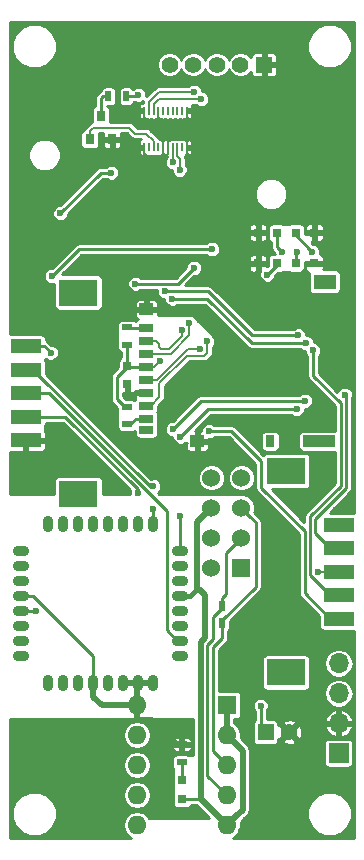
<source format=gtl>
G04 #@! TF.FileFunction,Copper,L1,Top,Signal*
%FSLAX46Y46*%
G04 Gerber Fmt 4.6, Leading zero omitted, Abs format (unit mm)*
G04 Created by KiCad (PCBNEW 4.0.6) date 08/19/17 00:13:46*
%MOMM*%
%LPD*%
G01*
G04 APERTURE LIST*
%ADD10C,0.100000*%
%ADD11R,0.750000X0.800000*%
%ADD12R,0.800000X0.800000*%
%ADD13R,1.900000X1.300000*%
%ADD14R,1.200000X0.700000*%
%ADD15R,1.200000X1.000000*%
%ADD16R,0.800000X1.000000*%
%ADD17R,2.800000X1.000000*%
%ADD18R,3.300000X2.300000*%
%ADD19R,2.600000X1.200000*%
%ADD20R,0.800000X0.900000*%
%ADD21R,0.900000X0.500000*%
%ADD22R,0.500000X0.900000*%
%ADD23R,1.524000X1.524000*%
%ADD24C,1.524000*%
%ADD25R,1.600000X1.600000*%
%ADD26O,1.600000X1.600000*%
%ADD27O,1.400000X0.900000*%
%ADD28O,0.900000X1.400000*%
%ADD29R,0.200000X0.700000*%
%ADD30C,1.400000*%
%ADD31R,1.400000X1.400000*%
%ADD32R,1.700000X1.700000*%
%ADD33O,1.700000X1.700000*%
%ADD34C,0.600000*%
%ADD35C,0.250000*%
%ADD36C,0.500000*%
%ADD37C,0.200000*%
%ADD38C,0.400000*%
%ADD39C,0.254000*%
G04 APERTURE END LIST*
D10*
D11*
X110364500Y-129603000D03*
X110364500Y-131103000D03*
D12*
X115000000Y-166205000D03*
X115000000Y-164605000D03*
X123039000Y-118288000D03*
X121439000Y-118288000D03*
X123039000Y-120891500D03*
X121439000Y-120891500D03*
X124614000Y-118288000D03*
X126214000Y-118288000D03*
X124614000Y-120891500D03*
X126214000Y-120891500D03*
D13*
X127093000Y-122441000D03*
D14*
X111993000Y-126341000D03*
X111993000Y-127441000D03*
X111993000Y-128541000D03*
X111993000Y-129641000D03*
X111993000Y-130741000D03*
X111993000Y-131841000D03*
X111993000Y-132941000D03*
X111993000Y-134041000D03*
X111993000Y-134991000D03*
D15*
X111993000Y-124791000D03*
X116293000Y-135941000D03*
D16*
X122493000Y-135941000D03*
D17*
X126643000Y-135941000D03*
D18*
X106237000Y-123357000D03*
D19*
X101787000Y-135877000D03*
X101787000Y-133877000D03*
D18*
X106237000Y-140397000D03*
D19*
X101787000Y-131877000D03*
X101787000Y-129877000D03*
X101787000Y-127877000D03*
D18*
X123826500Y-155521000D03*
D19*
X128276500Y-143001000D03*
X128276500Y-145001000D03*
D18*
X123826500Y-138481000D03*
D19*
X128276500Y-147001000D03*
X128276500Y-149001000D03*
X128276500Y-151001000D03*
D20*
X107192000Y-110398000D03*
X109092000Y-110398000D03*
X108142000Y-108398000D03*
D21*
X115000000Y-163107000D03*
X115000000Y-161607000D03*
D22*
X116917000Y-151308000D03*
X118417000Y-151308000D03*
X116917000Y-149911000D03*
X118417000Y-149911000D03*
X110277000Y-106731000D03*
X108777000Y-106731000D03*
D21*
X110364500Y-127801000D03*
X110364500Y-126301000D03*
D23*
X120016500Y-146672500D03*
D24*
X120016500Y-144132500D03*
X120016500Y-141592500D03*
X120016500Y-139052500D03*
X117476500Y-146672500D03*
X117476500Y-144132500D03*
X117476500Y-141592500D03*
X117476500Y-139052500D03*
D25*
X118810000Y-158293000D03*
D26*
X111190000Y-168453000D03*
X118810000Y-160833000D03*
X111190000Y-165913000D03*
X118810000Y-163373000D03*
X111190000Y-163373000D03*
X118810000Y-165913000D03*
X111190000Y-160833000D03*
X118810000Y-168453000D03*
X111190000Y-158293000D03*
D27*
X114873000Y-154101999D03*
X114873000Y-152831999D03*
X114873000Y-151561999D03*
X114873000Y-150291999D03*
X114873000Y-149021999D03*
X114873000Y-147751999D03*
X114873000Y-146481999D03*
X114873000Y-145211999D03*
D28*
X112583000Y-142921999D03*
X111313000Y-142921999D03*
X110043000Y-142921999D03*
X108773000Y-142921999D03*
X107503000Y-142921999D03*
X106233000Y-142921999D03*
X104963000Y-142921999D03*
X103693000Y-142921999D03*
D27*
X101403000Y-145211999D03*
X101403000Y-146481999D03*
X101403000Y-147751999D03*
X101403000Y-149021999D03*
X101403000Y-150291999D03*
X101403000Y-151561999D03*
X101403000Y-152831999D03*
X101403000Y-154101999D03*
D28*
X103693000Y-156391999D03*
X104963000Y-156391999D03*
X106233000Y-156391999D03*
X107503000Y-156391999D03*
X108773000Y-156391999D03*
X110043000Y-156391999D03*
X111313000Y-156391999D03*
X112583000Y-156391999D03*
D21*
X110364500Y-133032000D03*
X110364500Y-134532000D03*
D29*
X111803000Y-107985000D03*
X111803000Y-111065000D03*
X112203000Y-107985000D03*
X112203000Y-111065000D03*
X112603000Y-107985000D03*
X112603000Y-111065000D03*
X113003000Y-107985000D03*
X113003000Y-111065000D03*
X113403000Y-107985000D03*
X113403000Y-111065000D03*
X113803000Y-107985000D03*
X113803000Y-111065000D03*
X114203000Y-107985000D03*
X114203000Y-111065000D03*
X114603000Y-107985000D03*
X114603000Y-111065000D03*
X115003000Y-107985000D03*
X115003000Y-111065000D03*
X115403000Y-107985000D03*
X115403000Y-111065000D03*
D30*
X124080500Y-160579000D03*
D31*
X122080500Y-160579000D03*
D30*
X119953000Y-104064000D03*
D31*
X121953000Y-104064000D03*
D30*
X117953000Y-104064000D03*
X115953000Y-104064000D03*
X113953000Y-104064000D03*
D32*
X128271500Y-162357000D03*
D33*
X128271500Y-159817000D03*
X128271500Y-157277000D03*
X128271500Y-154737000D03*
D34*
X125731500Y-157912000D03*
X126239500Y-154483000D03*
X105000000Y-169000000D03*
X120000000Y-169000000D03*
X125000000Y-169000000D03*
X129000000Y-165000000D03*
X127446000Y-112192000D03*
X127446000Y-119177000D03*
X114619000Y-105651500D03*
X115000000Y-101000000D03*
X115698500Y-159690000D03*
X101000000Y-160000000D03*
X101000000Y-165000000D03*
X110000000Y-169000000D03*
X115698500Y-140195500D03*
X110301000Y-140195500D03*
X103951000Y-140195500D03*
X100712500Y-140195500D03*
X103697000Y-135877500D03*
X106237000Y-121272500D03*
X109920000Y-114668500D03*
X109285000Y-108572500D03*
X113539500Y-113843000D03*
X115127000Y-118859500D03*
X116206500Y-122352000D03*
X103760500Y-129972000D03*
X119826000Y-152959000D03*
X124588500Y-143942000D03*
X125096500Y-142100500D03*
X127636500Y-137147500D03*
X127636500Y-134734500D03*
X118683000Y-138036500D03*
X116714500Y-167564000D03*
X115952500Y-131115000D03*
X121223000Y-135052000D03*
X117349500Y-129400500D03*
X120397500Y-114478000D03*
X121350000Y-108636000D03*
X117730500Y-108318500D03*
X129000000Y-125000000D03*
X129000000Y-110000000D03*
X129000000Y-105000000D03*
X128081000Y-141783000D03*
X103760500Y-120955000D03*
X103760500Y-126987500D03*
X101000000Y-115000000D03*
X101000000Y-110000000D03*
X101000000Y-105000000D03*
X105000000Y-101000000D03*
X110000000Y-101000000D03*
X120000000Y-101000000D03*
X125000000Y-101000000D03*
X124968000Y-128308100D03*
X124307600Y-126276100D03*
X120142000Y-122313700D03*
X126493500Y-146990000D03*
X118365500Y-123241000D03*
X110364500Y-132131000D03*
X111803000Y-109122000D03*
X121654800Y-158356500D03*
X116016000Y-121272500D03*
X111063000Y-122606000D03*
X113158500Y-129146500D03*
X114802990Y-112968946D03*
X123509002Y-119939000D03*
X122239000Y-121844000D03*
X126049000Y-119939000D03*
X124779000Y-119939002D03*
X111317000Y-106604000D03*
X115034990Y-126543000D03*
X115635000Y-125907998D03*
X116568990Y-128111990D03*
X117159000Y-127495500D03*
X111253500Y-140322500D03*
X124715500Y-133210500D03*
X114873000Y-135560000D03*
X114873000Y-142291000D03*
X112587000Y-141656000D03*
X112587000Y-139751000D03*
X114238000Y-134925000D03*
X125414000Y-132512000D03*
X103887500Y-128448000D03*
X102681000Y-150292000D03*
X128778000Y-132016500D03*
X126112500Y-128257500D03*
X117286000Y-135115500D03*
X117540000Y-119684996D03*
X104000000Y-121965000D03*
X104713000Y-116637000D03*
X109031000Y-113208012D03*
X124842500Y-126987500D03*
X113539500Y-123241000D03*
X125477500Y-127622500D03*
X114174500Y-123876000D03*
X116016000Y-106350000D03*
X116651002Y-106985000D03*
X114238000Y-112319000D03*
D35*
X126239500Y-154483000D02*
X126239500Y-157404000D01*
X126239500Y-157404000D02*
X125731500Y-157912000D01*
X122380500Y-166619500D02*
X122380500Y-162279000D01*
X122380500Y-166619500D02*
X120000000Y-169000000D01*
X125000000Y-169000000D02*
X125000000Y-166000000D01*
X126000000Y-165000000D02*
X129000000Y-165000000D01*
X125000000Y-166000000D02*
X126000000Y-165000000D01*
X122380500Y-162279000D02*
X124080500Y-160579000D01*
X124588500Y-150038000D02*
X122747000Y-150038000D01*
X122747000Y-150038000D02*
X119826000Y-152959000D01*
X127446000Y-119177000D02*
X127446000Y-112192000D01*
X114619000Y-105651500D02*
X118365500Y-105651500D01*
X118365500Y-105651500D02*
X121350000Y-108636000D01*
X120142000Y-122313700D02*
X124104400Y-126276100D01*
X124104400Y-126276100D02*
X124307600Y-126276100D01*
X115000000Y-161607000D02*
X115000000Y-160388500D01*
X115000000Y-160388500D02*
X115698500Y-159690000D01*
D36*
X111190000Y-158293000D02*
X111190000Y-159563000D01*
X111190000Y-159563000D02*
X112460000Y-159563000D01*
X112460000Y-159563000D02*
X114504000Y-161607000D01*
X114504000Y-161607000D02*
X115000000Y-161607000D01*
D35*
X112777500Y-166040000D02*
X111634500Y-167183000D01*
X110000000Y-167611000D02*
X110000000Y-169000000D01*
X111634500Y-167183000D02*
X110428000Y-167183000D01*
X110428000Y-167183000D02*
X110000000Y-167611000D01*
X101000000Y-165000000D02*
X101000000Y-160000000D01*
X100712500Y-140195500D02*
X103951000Y-140195500D01*
X103697000Y-136301764D02*
X103697000Y-137211000D01*
X103697000Y-137211000D02*
X100712500Y-140195500D01*
X103697000Y-135877500D02*
X103697000Y-136301764D01*
X101787000Y-135877000D02*
X103696500Y-135877000D01*
X103696500Y-135877000D02*
X103697000Y-135877500D01*
X101403000Y-149021999D02*
X102426999Y-149021999D01*
X102426999Y-149021999D02*
X107503000Y-154098000D01*
X107503000Y-154098000D02*
X107503000Y-156391999D01*
D36*
X107503000Y-156391999D02*
X107503000Y-157591999D01*
X107503000Y-157591999D02*
X108204001Y-158293000D01*
X108204001Y-158293000D02*
X110058630Y-158293000D01*
X110058630Y-158293000D02*
X111190000Y-158293000D01*
X111313000Y-156391999D02*
X112583000Y-156391999D01*
X110043000Y-156391999D02*
X111313000Y-156391999D01*
X111190000Y-158293000D02*
X111190000Y-156514999D01*
X111190000Y-156514999D02*
X111313000Y-156391999D01*
D35*
X113539500Y-113843000D02*
X110745500Y-113843000D01*
X110745500Y-113843000D02*
X109920000Y-114668500D01*
X109285000Y-108572500D02*
X111253500Y-108572500D01*
X111253500Y-108572500D02*
X111803000Y-109122000D01*
X115127000Y-118859500D02*
X115127000Y-115430500D01*
X115127000Y-115430500D02*
X113539500Y-113843000D01*
X118065501Y-122941001D02*
X117476500Y-122352000D01*
X117476500Y-122352000D02*
X116206500Y-122352000D01*
X118365500Y-123241000D02*
X118065501Y-122941001D01*
X104776500Y-128003500D02*
X104776500Y-128956000D01*
X104776500Y-128956000D02*
X103760500Y-129972000D01*
X104060499Y-127287499D02*
X104776500Y-128003500D01*
X103760500Y-126987500D02*
X104060499Y-127287499D01*
X124588500Y-150038000D02*
X124588500Y-143942000D01*
X127636500Y-139560500D02*
X127636500Y-137147500D01*
X125096500Y-142100500D02*
X127636500Y-139560500D01*
X112777500Y-166040000D02*
X114301500Y-167564000D01*
X114301500Y-167564000D02*
X116714500Y-167564000D01*
X112777500Y-159880500D02*
X112777500Y-166040000D01*
X117349500Y-129400500D02*
X117349500Y-129718000D01*
X117349500Y-129718000D02*
X115952500Y-131115000D01*
X117730500Y-108318500D02*
X118048000Y-108636000D01*
X118048000Y-108636000D02*
X121350000Y-108636000D01*
X129000000Y-105000000D02*
X126000000Y-105000000D01*
X129000000Y-125000000D02*
X129000000Y-110000000D01*
X125000000Y-104000000D02*
X125000000Y-101000000D01*
X126000000Y-105000000D02*
X125000000Y-104000000D01*
X107503000Y-156391999D02*
X107503000Y-156641999D01*
X102554000Y-125781000D02*
X102554000Y-122161500D01*
X102554000Y-122161500D02*
X103760500Y-120955000D01*
X103760500Y-126987500D02*
X102554000Y-125781000D01*
X101000000Y-110000000D02*
X101000000Y-115000000D01*
X105000000Y-103000000D02*
X103000000Y-105000000D01*
X103000000Y-105000000D02*
X101000000Y-105000000D01*
X105000000Y-102686202D02*
X105000000Y-103000000D01*
X105000000Y-101000000D02*
X105000000Y-102686202D01*
X115000000Y-101000000D02*
X110000000Y-101000000D01*
X120000000Y-101000000D02*
X115000000Y-101000000D01*
D37*
X115403000Y-111065000D02*
X115403000Y-111960000D01*
X115403000Y-111960000D02*
X115508000Y-112065000D01*
X115508000Y-112065000D02*
X115508000Y-113342000D01*
X115508000Y-113342000D02*
X115135000Y-113715000D01*
X114385000Y-113715000D02*
X113480000Y-112810000D01*
X115135000Y-113715000D02*
X114385000Y-113715000D01*
X113480000Y-112810000D02*
X113480000Y-111938000D01*
D35*
X120142000Y-122313700D02*
X121107200Y-123278900D01*
D37*
X126504500Y-147001000D02*
X126493500Y-146990000D01*
X128276500Y-147001000D02*
X126504500Y-147001000D01*
D35*
X111162500Y-131841000D02*
X111993000Y-131841000D01*
X110364500Y-132131000D02*
X110872500Y-132131000D01*
X110872500Y-132131000D02*
X111162500Y-131841000D01*
X110364500Y-131103000D02*
X110364500Y-132131000D01*
D37*
X111803000Y-109122000D02*
X111803000Y-107985000D01*
X111987000Y-109306000D02*
X111803000Y-109122000D01*
X113003000Y-109306000D02*
X111987000Y-109306000D01*
X113803000Y-111065000D02*
X113803000Y-111615000D01*
X113803000Y-111615000D02*
X113480000Y-111938000D01*
X113480000Y-111938000D02*
X113095000Y-111938000D01*
X113403000Y-109706000D02*
X113857000Y-109706000D01*
X113857000Y-109706000D02*
X114634002Y-109706000D01*
X113803000Y-111065000D02*
X113803000Y-109760000D01*
X113803000Y-109760000D02*
X113857000Y-109706000D01*
X113095000Y-111938000D02*
X113403000Y-111630000D01*
X113403000Y-111630000D02*
X113403000Y-111065000D01*
X112079000Y-111938000D02*
X113095000Y-111938000D01*
X111803000Y-111662000D02*
X112079000Y-111938000D01*
X111803000Y-111065000D02*
X111803000Y-111662000D01*
X114634002Y-109700498D02*
X115403000Y-108931500D01*
X115403000Y-108931500D02*
X115403000Y-107985000D01*
X114634002Y-109706000D02*
X114634002Y-109700498D01*
X114634002Y-109706000D02*
X115403000Y-110474998D01*
X115403000Y-110515000D02*
X115403000Y-111065000D01*
X115403000Y-110474998D02*
X115403000Y-110515000D01*
X113003000Y-109306000D02*
X113403000Y-109706000D01*
X113403000Y-109706000D02*
X113403000Y-111065000D01*
X113003000Y-107985000D02*
X113003000Y-109306000D01*
D35*
X121654800Y-158356500D02*
X121654800Y-160153300D01*
X121654800Y-160153300D02*
X122080500Y-160579000D01*
D36*
X116587500Y-152959000D02*
X116587500Y-166230500D01*
D35*
X115000000Y-166205000D02*
X116562000Y-166205000D01*
X116562000Y-166205000D02*
X116587500Y-166230500D01*
D36*
X118810000Y-160833000D02*
X120130800Y-162153800D01*
X120130800Y-162153800D02*
X120130800Y-167132200D01*
X119609999Y-167653001D02*
X118810000Y-168453000D01*
X120130800Y-167132200D02*
X119609999Y-167653001D01*
D35*
X116587500Y-166230500D02*
X116574600Y-166217600D01*
D36*
X116917000Y-151308000D02*
X116917000Y-152629500D01*
X116917000Y-152629500D02*
X116587500Y-152959000D01*
X116587500Y-166230500D02*
X118810000Y-168453000D01*
X116917000Y-149911000D02*
X116917000Y-151308000D01*
X116917000Y-148961000D02*
X116917000Y-149911000D01*
X118810000Y-158293000D02*
X118810000Y-160833000D01*
X116270000Y-148450500D02*
X116270000Y-142799000D01*
X116270000Y-142799000D02*
X117476500Y-141592500D01*
X116917000Y-148961000D02*
X116406500Y-148450500D01*
X116406500Y-148450500D02*
X116270000Y-148450500D01*
D35*
X111063000Y-122606000D02*
X114682500Y-122606000D01*
X114682500Y-122606000D02*
X116016000Y-121272500D01*
D38*
X114873000Y-149021999D02*
X115698501Y-149021999D01*
X115698501Y-149021999D02*
X116270000Y-148450500D01*
D37*
X112664000Y-129641000D02*
X113158500Y-129146500D01*
X111993000Y-129641000D02*
X112664000Y-129641000D01*
D35*
X109475500Y-130517000D02*
X109475500Y-132343000D01*
X109475500Y-130517000D02*
X110364500Y-129628000D01*
X110364500Y-129628000D02*
X110364500Y-129603000D01*
X110364500Y-133032000D02*
X110164500Y-133032000D01*
X110164500Y-133032000D02*
X109475500Y-132343000D01*
X110364500Y-127801000D02*
X110364500Y-129603000D01*
X111993000Y-129641000D02*
X110402500Y-129641000D01*
X110402500Y-129641000D02*
X110364500Y-129603000D01*
D37*
X114802990Y-112544682D02*
X114802990Y-112968946D01*
X114841379Y-112034373D02*
X114841379Y-112506293D01*
X114603000Y-111795994D02*
X114841379Y-112034373D01*
X114603000Y-111065000D02*
X114603000Y-111795994D01*
X114841379Y-112506293D02*
X114802990Y-112544682D01*
D35*
X115000000Y-163107000D02*
X115000000Y-164605000D01*
X123209003Y-119639001D02*
X123509002Y-119939000D01*
X123039000Y-119468998D02*
X123209003Y-119639001D01*
X123039000Y-118288000D02*
X123039000Y-119468998D01*
X123039000Y-120891500D02*
X123039000Y-121044000D01*
X123039000Y-121044000D02*
X122239000Y-121844000D01*
X125749001Y-119639001D02*
X126049000Y-119939000D01*
X124614000Y-118504000D02*
X125749001Y-119639001D01*
X124614000Y-118288000D02*
X124614000Y-118504000D01*
X124614000Y-120104002D02*
X124779000Y-119939002D01*
X124614000Y-120891500D02*
X124614000Y-120104002D01*
X110277000Y-106731000D02*
X111190000Y-106731000D01*
X111190000Y-106731000D02*
X111317000Y-106604000D01*
X111993000Y-126341000D02*
X110404500Y-126341000D01*
X110404500Y-126341000D02*
X110364500Y-126301000D01*
D37*
X111981500Y-126352500D02*
X111993000Y-126341000D01*
X113031500Y-127679500D02*
X113031500Y-127940000D01*
X113031500Y-127940000D02*
X113222000Y-128130500D01*
X111993000Y-127441000D02*
X112793000Y-127441000D01*
X112793000Y-127441000D02*
X113031500Y-127679500D01*
X113222000Y-128130500D02*
X113920500Y-128130500D01*
X113920500Y-128130500D02*
X115034990Y-127016010D01*
X115034990Y-127016010D02*
X115034990Y-126543000D01*
X111993000Y-128541000D02*
X114081500Y-128541000D01*
X114081500Y-128541000D02*
X115635000Y-126987500D01*
X115635000Y-126987500D02*
X115635000Y-126332262D01*
X115635000Y-126332262D02*
X115635000Y-125907998D01*
X115482952Y-128111990D02*
X116144726Y-128111990D01*
X112853942Y-130741000D02*
X115482952Y-128111990D01*
X116144726Y-128111990D02*
X116568990Y-128111990D01*
X111993000Y-130741000D02*
X112853942Y-130741000D01*
X116905000Y-128702000D02*
X117159000Y-128448000D01*
X117159000Y-128448000D02*
X117159000Y-127495500D01*
X111993000Y-132941000D02*
X112365002Y-132941000D01*
X113095000Y-132211002D02*
X113095000Y-131051500D01*
X115444500Y-128702000D02*
X116905000Y-128702000D01*
X112365002Y-132941000D02*
X113095000Y-132211002D01*
X113095000Y-131051500D02*
X115444500Y-128702000D01*
D35*
X111993000Y-134041000D02*
X111069000Y-134041000D01*
X111069000Y-134041000D02*
X110578000Y-134532000D01*
X110578000Y-134532000D02*
X110364500Y-134532000D01*
D37*
X111988000Y-134036000D02*
X111993000Y-134041000D01*
D35*
X111253500Y-140005000D02*
X105125500Y-133877000D01*
X105125500Y-133877000D02*
X101787000Y-133877000D01*
X111253500Y-140322500D02*
X111253500Y-140005000D01*
X124291236Y-133210500D02*
X124715500Y-133210500D01*
X117222500Y-133210500D02*
X124291236Y-133210500D01*
X114873000Y-135560000D02*
X117222500Y-133210500D01*
X114873000Y-145211999D02*
X114873000Y-142291000D01*
X114873000Y-152831999D02*
X114623000Y-152831999D01*
X114623000Y-152831999D02*
X113730000Y-151938999D01*
X113730000Y-151938999D02*
X113730000Y-141846500D01*
X113730000Y-141846500D02*
X103760500Y-131877000D01*
X103760500Y-131877000D02*
X101787000Y-131877000D01*
X101787000Y-129877000D02*
X102395500Y-129877000D01*
X102395500Y-129877000D02*
X112269500Y-139751000D01*
X112269500Y-139751000D02*
X112587000Y-139751000D01*
X112587000Y-141656000D02*
X112587000Y-142917999D01*
X112587000Y-142917999D02*
X112583000Y-142921999D01*
X114537999Y-134625001D02*
X114238000Y-134925000D01*
X116651000Y-132512000D02*
X114537999Y-134625001D01*
X125414000Y-132512000D02*
X116651000Y-132512000D01*
X102459000Y-129877000D02*
X101787000Y-129877000D01*
X101787000Y-127877000D02*
X103337000Y-127877000D01*
X103887500Y-128427500D02*
X103887500Y-128448000D01*
X103337000Y-127877000D02*
X103887500Y-128427500D01*
X101403000Y-150291999D02*
X102680999Y-150291999D01*
X102680999Y-150291999D02*
X102681000Y-150292000D01*
X126303000Y-142507498D02*
X128879600Y-139930898D01*
X128276500Y-145001000D02*
X127576500Y-145001000D01*
X127576500Y-145001000D02*
X126303000Y-143727500D01*
X126303000Y-143727500D02*
X126303000Y-142507498D01*
X128879600Y-139930898D02*
X128879600Y-132118100D01*
X128879600Y-132118100D02*
X128778000Y-132016500D01*
X126112500Y-130413602D02*
X126112500Y-128681764D01*
X125858500Y-142291000D02*
X128439589Y-139709911D01*
X128439589Y-132740691D02*
X126112500Y-130413602D01*
X125858500Y-147283000D02*
X125858500Y-142291000D01*
X127576500Y-149001000D02*
X125858500Y-147283000D01*
X126112500Y-128681764D02*
X126112500Y-128257500D01*
X128276500Y-149001000D02*
X127576500Y-149001000D01*
X128439589Y-139709911D02*
X128439589Y-132740691D01*
X117286000Y-135115500D02*
X119191000Y-135115500D01*
X119191000Y-135115500D02*
X121731000Y-137655500D01*
X121731000Y-139878000D02*
X125414000Y-143561000D01*
X127576500Y-151001000D02*
X128276500Y-151001000D01*
X121731000Y-137655500D02*
X121731000Y-139878000D01*
X125414000Y-143561000D02*
X125414000Y-148838500D01*
X125414000Y-148838500D02*
X127576500Y-151001000D01*
X106280004Y-119684996D02*
X117115736Y-119684996D01*
X117115736Y-119684996D02*
X117540000Y-119684996D01*
X104000000Y-121965000D02*
X106280004Y-119684996D01*
X109031000Y-113208012D02*
X108141988Y-113208012D01*
X108141988Y-113208012D02*
X104713000Y-116637000D01*
D37*
X112603000Y-111065000D02*
X112603000Y-110515000D01*
X112603000Y-110515000D02*
X111994000Y-109906000D01*
X111994000Y-109906000D02*
X111063000Y-109906000D01*
X111063000Y-109906000D02*
X110555000Y-109398000D01*
X110555000Y-109398000D02*
X107507000Y-109398000D01*
X107507000Y-109398000D02*
X107192000Y-109713000D01*
X107192000Y-109713000D02*
X107192000Y-110398000D01*
D35*
X108327000Y-106731000D02*
X108777000Y-106731000D01*
X108142000Y-108398000D02*
X108142000Y-106916000D01*
X108142000Y-106916000D02*
X108327000Y-106731000D01*
X117603500Y-162166500D02*
X117603500Y-153403500D01*
X118417000Y-151308000D02*
X118417000Y-151108000D01*
X121248400Y-148276600D02*
X121248400Y-142824400D01*
X118417000Y-151108000D02*
X121248400Y-148276600D01*
X121248400Y-142824400D02*
X120778499Y-142354499D01*
X120778499Y-142354499D02*
X120016500Y-141592500D01*
X118810000Y-163373000D02*
X117603500Y-162166500D01*
X117603500Y-153403500D02*
X118417000Y-152590000D01*
X118417000Y-152590000D02*
X118417000Y-152008000D01*
X118417000Y-152008000D02*
X118417000Y-151308000D01*
X124418236Y-126987500D02*
X124842500Y-126987500D01*
X120969000Y-126987500D02*
X124418236Y-126987500D01*
X117222500Y-123241000D02*
X120969000Y-126987500D01*
X113539500Y-123241000D02*
X117222500Y-123241000D01*
X117159000Y-153213000D02*
X117159000Y-164262000D01*
X118417000Y-149911000D02*
X118417000Y-149211000D01*
X118417000Y-149211000D02*
X118759200Y-148868800D01*
X118759200Y-148868800D02*
X118759200Y-145389800D01*
X118759200Y-145389800D02*
X119254501Y-144894499D01*
X119254501Y-144894499D02*
X120016500Y-144132500D01*
X118810000Y-165913000D02*
X117159000Y-164262000D01*
X117159000Y-153213000D02*
X117667000Y-152705000D01*
X117667000Y-152705000D02*
X117667000Y-150861000D01*
X117667000Y-150861000D02*
X118417000Y-150111000D01*
X118417000Y-150111000D02*
X118417000Y-149911000D01*
X125053236Y-127622500D02*
X125477500Y-127622500D01*
X114174500Y-123876000D02*
X117159000Y-123876000D01*
X120905500Y-127622500D02*
X125053236Y-127622500D01*
X117159000Y-123876000D02*
X120905500Y-127622500D01*
D37*
X112203000Y-107198736D02*
X113051736Y-106350000D01*
X112203000Y-107985000D02*
X112203000Y-107198736D01*
X115591736Y-106350000D02*
X116016000Y-106350000D01*
X113051736Y-106350000D02*
X115591736Y-106350000D01*
X116651002Y-106985000D02*
X116226738Y-106985000D01*
X116226738Y-106985000D02*
X116226734Y-106984996D01*
X113053004Y-106984996D02*
X116226734Y-106984996D01*
X112603000Y-107435000D02*
X113053004Y-106984996D01*
X112603000Y-107985000D02*
X112603000Y-107435000D01*
X114203000Y-111065000D02*
X114203000Y-112284000D01*
X114203000Y-112284000D02*
X114238000Y-112319000D01*
D39*
G36*
X115956500Y-162484000D02*
X115526365Y-162484000D01*
X115450000Y-162468536D01*
X114550000Y-162468536D01*
X114408810Y-162495103D01*
X114279135Y-162578546D01*
X114192141Y-162705866D01*
X114161536Y-162857000D01*
X114161536Y-163357000D01*
X114188103Y-163498190D01*
X114238000Y-163575733D01*
X114238000Y-164074315D01*
X114211536Y-164205000D01*
X114211536Y-165005000D01*
X114238000Y-165145643D01*
X114238000Y-165674315D01*
X114211536Y-165805000D01*
X114211536Y-166605000D01*
X114238103Y-166746190D01*
X114321546Y-166875865D01*
X114448866Y-166962859D01*
X114600000Y-166993464D01*
X115400000Y-166993464D01*
X115541190Y-166966897D01*
X115670865Y-166883454D01*
X115757859Y-166756134D01*
X115766999Y-166711000D01*
X116175632Y-166711000D01*
X117282631Y-167818000D01*
X112181928Y-167818000D01*
X112048230Y-167617907D01*
X111665086Y-167361898D01*
X111213137Y-167272000D01*
X111166863Y-167272000D01*
X110714914Y-167361898D01*
X110331770Y-167617907D01*
X110075761Y-168001051D01*
X109985863Y-168453000D01*
X110075761Y-168904949D01*
X110331770Y-169288093D01*
X110714761Y-169544000D01*
X100456000Y-169544000D01*
X100456000Y-167872513D01*
X100618674Y-167872513D01*
X100904436Y-168564109D01*
X101433108Y-169093704D01*
X102124204Y-169380673D01*
X102872513Y-169381326D01*
X103564109Y-169095564D01*
X104093704Y-168566892D01*
X104380673Y-167875796D01*
X104381326Y-167127487D01*
X104095564Y-166435891D01*
X103573585Y-165913000D01*
X109985863Y-165913000D01*
X110075761Y-166364949D01*
X110331770Y-166748093D01*
X110714914Y-167004102D01*
X111166863Y-167094000D01*
X111213137Y-167094000D01*
X111665086Y-167004102D01*
X112048230Y-166748093D01*
X112304239Y-166364949D01*
X112394137Y-165913000D01*
X112304239Y-165461051D01*
X112048230Y-165077907D01*
X111665086Y-164821898D01*
X111213137Y-164732000D01*
X111166863Y-164732000D01*
X110714914Y-164821898D01*
X110331770Y-165077907D01*
X110075761Y-165461051D01*
X109985863Y-165913000D01*
X103573585Y-165913000D01*
X103566892Y-165906296D01*
X102875796Y-165619327D01*
X102127487Y-165618674D01*
X101435891Y-165904436D01*
X100906296Y-166433108D01*
X100619327Y-167124204D01*
X100618674Y-167872513D01*
X100456000Y-167872513D01*
X100456000Y-163373000D01*
X109985863Y-163373000D01*
X110075761Y-163824949D01*
X110331770Y-164208093D01*
X110714914Y-164464102D01*
X111166863Y-164554000D01*
X111213137Y-164554000D01*
X111665086Y-164464102D01*
X112048230Y-164208093D01*
X112304239Y-163824949D01*
X112394137Y-163373000D01*
X112304239Y-162921051D01*
X112048230Y-162537907D01*
X111665086Y-162281898D01*
X111213137Y-162192000D01*
X111166863Y-162192000D01*
X110714914Y-162281898D01*
X110331770Y-162537907D01*
X110075761Y-162921051D01*
X109985863Y-163373000D01*
X100456000Y-163373000D01*
X100456000Y-160833000D01*
X109985863Y-160833000D01*
X110075761Y-161284949D01*
X110331770Y-161668093D01*
X110714914Y-161924102D01*
X111166863Y-162014000D01*
X111213137Y-162014000D01*
X111665086Y-161924102D01*
X111810035Y-161827250D01*
X114169000Y-161827250D01*
X114169000Y-161932786D01*
X114227004Y-162072820D01*
X114334181Y-162179996D01*
X114474215Y-162238000D01*
X114777750Y-162238000D01*
X114873000Y-162142750D01*
X114873000Y-161732000D01*
X115127000Y-161732000D01*
X115127000Y-162142750D01*
X115222250Y-162238000D01*
X115525785Y-162238000D01*
X115665819Y-162179996D01*
X115772996Y-162072820D01*
X115831000Y-161932786D01*
X115831000Y-161827250D01*
X115735750Y-161732000D01*
X115127000Y-161732000D01*
X114873000Y-161732000D01*
X114264250Y-161732000D01*
X114169000Y-161827250D01*
X111810035Y-161827250D01*
X112048230Y-161668093D01*
X112304239Y-161284949D01*
X112304981Y-161281214D01*
X114169000Y-161281214D01*
X114169000Y-161386750D01*
X114264250Y-161482000D01*
X114873000Y-161482000D01*
X114873000Y-161071250D01*
X115127000Y-161071250D01*
X115127000Y-161482000D01*
X115735750Y-161482000D01*
X115831000Y-161386750D01*
X115831000Y-161281214D01*
X115772996Y-161141180D01*
X115665819Y-161034004D01*
X115525785Y-160976000D01*
X115222250Y-160976000D01*
X115127000Y-161071250D01*
X114873000Y-161071250D01*
X114777750Y-160976000D01*
X114474215Y-160976000D01*
X114334181Y-161034004D01*
X114227004Y-161141180D01*
X114169000Y-161281214D01*
X112304981Y-161281214D01*
X112394137Y-160833000D01*
X112304239Y-160381051D01*
X112048230Y-159997907D01*
X111665086Y-159741898D01*
X111213137Y-159652000D01*
X111166863Y-159652000D01*
X110714914Y-159741898D01*
X110331770Y-159997907D01*
X110075761Y-160381051D01*
X109985863Y-160833000D01*
X100456000Y-160833000D01*
X100456000Y-159436000D01*
X115956500Y-159436000D01*
X115956500Y-162484000D01*
X115956500Y-162484000D01*
G37*
X115956500Y-162484000D02*
X115526365Y-162484000D01*
X115450000Y-162468536D01*
X114550000Y-162468536D01*
X114408810Y-162495103D01*
X114279135Y-162578546D01*
X114192141Y-162705866D01*
X114161536Y-162857000D01*
X114161536Y-163357000D01*
X114188103Y-163498190D01*
X114238000Y-163575733D01*
X114238000Y-164074315D01*
X114211536Y-164205000D01*
X114211536Y-165005000D01*
X114238000Y-165145643D01*
X114238000Y-165674315D01*
X114211536Y-165805000D01*
X114211536Y-166605000D01*
X114238103Y-166746190D01*
X114321546Y-166875865D01*
X114448866Y-166962859D01*
X114600000Y-166993464D01*
X115400000Y-166993464D01*
X115541190Y-166966897D01*
X115670865Y-166883454D01*
X115757859Y-166756134D01*
X115766999Y-166711000D01*
X116175632Y-166711000D01*
X117282631Y-167818000D01*
X112181928Y-167818000D01*
X112048230Y-167617907D01*
X111665086Y-167361898D01*
X111213137Y-167272000D01*
X111166863Y-167272000D01*
X110714914Y-167361898D01*
X110331770Y-167617907D01*
X110075761Y-168001051D01*
X109985863Y-168453000D01*
X110075761Y-168904949D01*
X110331770Y-169288093D01*
X110714761Y-169544000D01*
X100456000Y-169544000D01*
X100456000Y-167872513D01*
X100618674Y-167872513D01*
X100904436Y-168564109D01*
X101433108Y-169093704D01*
X102124204Y-169380673D01*
X102872513Y-169381326D01*
X103564109Y-169095564D01*
X104093704Y-168566892D01*
X104380673Y-167875796D01*
X104381326Y-167127487D01*
X104095564Y-166435891D01*
X103573585Y-165913000D01*
X109985863Y-165913000D01*
X110075761Y-166364949D01*
X110331770Y-166748093D01*
X110714914Y-167004102D01*
X111166863Y-167094000D01*
X111213137Y-167094000D01*
X111665086Y-167004102D01*
X112048230Y-166748093D01*
X112304239Y-166364949D01*
X112394137Y-165913000D01*
X112304239Y-165461051D01*
X112048230Y-165077907D01*
X111665086Y-164821898D01*
X111213137Y-164732000D01*
X111166863Y-164732000D01*
X110714914Y-164821898D01*
X110331770Y-165077907D01*
X110075761Y-165461051D01*
X109985863Y-165913000D01*
X103573585Y-165913000D01*
X103566892Y-165906296D01*
X102875796Y-165619327D01*
X102127487Y-165618674D01*
X101435891Y-165904436D01*
X100906296Y-166433108D01*
X100619327Y-167124204D01*
X100618674Y-167872513D01*
X100456000Y-167872513D01*
X100456000Y-163373000D01*
X109985863Y-163373000D01*
X110075761Y-163824949D01*
X110331770Y-164208093D01*
X110714914Y-164464102D01*
X111166863Y-164554000D01*
X111213137Y-164554000D01*
X111665086Y-164464102D01*
X112048230Y-164208093D01*
X112304239Y-163824949D01*
X112394137Y-163373000D01*
X112304239Y-162921051D01*
X112048230Y-162537907D01*
X111665086Y-162281898D01*
X111213137Y-162192000D01*
X111166863Y-162192000D01*
X110714914Y-162281898D01*
X110331770Y-162537907D01*
X110075761Y-162921051D01*
X109985863Y-163373000D01*
X100456000Y-163373000D01*
X100456000Y-160833000D01*
X109985863Y-160833000D01*
X110075761Y-161284949D01*
X110331770Y-161668093D01*
X110714914Y-161924102D01*
X111166863Y-162014000D01*
X111213137Y-162014000D01*
X111665086Y-161924102D01*
X111810035Y-161827250D01*
X114169000Y-161827250D01*
X114169000Y-161932786D01*
X114227004Y-162072820D01*
X114334181Y-162179996D01*
X114474215Y-162238000D01*
X114777750Y-162238000D01*
X114873000Y-162142750D01*
X114873000Y-161732000D01*
X115127000Y-161732000D01*
X115127000Y-162142750D01*
X115222250Y-162238000D01*
X115525785Y-162238000D01*
X115665819Y-162179996D01*
X115772996Y-162072820D01*
X115831000Y-161932786D01*
X115831000Y-161827250D01*
X115735750Y-161732000D01*
X115127000Y-161732000D01*
X114873000Y-161732000D01*
X114264250Y-161732000D01*
X114169000Y-161827250D01*
X111810035Y-161827250D01*
X112048230Y-161668093D01*
X112304239Y-161284949D01*
X112304981Y-161281214D01*
X114169000Y-161281214D01*
X114169000Y-161386750D01*
X114264250Y-161482000D01*
X114873000Y-161482000D01*
X114873000Y-161071250D01*
X115127000Y-161071250D01*
X115127000Y-161482000D01*
X115735750Y-161482000D01*
X115831000Y-161386750D01*
X115831000Y-161281214D01*
X115772996Y-161141180D01*
X115665819Y-161034004D01*
X115525785Y-160976000D01*
X115222250Y-160976000D01*
X115127000Y-161071250D01*
X114873000Y-161071250D01*
X114777750Y-160976000D01*
X114474215Y-160976000D01*
X114334181Y-161034004D01*
X114227004Y-161141180D01*
X114169000Y-161281214D01*
X112304981Y-161281214D01*
X112394137Y-160833000D01*
X112304239Y-160381051D01*
X112048230Y-159997907D01*
X111665086Y-159741898D01*
X111213137Y-159652000D01*
X111166863Y-159652000D01*
X110714914Y-159741898D01*
X110331770Y-159997907D01*
X110075761Y-160381051D01*
X109985863Y-160833000D01*
X100456000Y-160833000D01*
X100456000Y-159436000D01*
X115956500Y-159436000D01*
X115956500Y-162484000D01*
G36*
X129544000Y-142012536D02*
X127513554Y-142012536D01*
X129237396Y-140288694D01*
X129272741Y-140235796D01*
X129347083Y-140124536D01*
X129385600Y-139930898D01*
X129385600Y-132329035D01*
X129458882Y-132152554D01*
X129459118Y-131881635D01*
X129355661Y-131631248D01*
X129164259Y-131439513D01*
X128914054Y-131335618D01*
X128643135Y-131335382D01*
X128392748Y-131438839D01*
X128201013Y-131630241D01*
X128155159Y-131740669D01*
X126618500Y-130204010D01*
X126618500Y-128714623D01*
X126689487Y-128643759D01*
X126793382Y-128393554D01*
X126793618Y-128122635D01*
X126690161Y-127872248D01*
X126498759Y-127680513D01*
X126248554Y-127576618D01*
X126158541Y-127576540D01*
X126158618Y-127487635D01*
X126055161Y-127237248D01*
X125863759Y-127045513D01*
X125613554Y-126941618D01*
X125523541Y-126941540D01*
X125523618Y-126852635D01*
X125420161Y-126602248D01*
X125228759Y-126410513D01*
X124978554Y-126306618D01*
X124707635Y-126306382D01*
X124457248Y-126409839D01*
X124385462Y-126481500D01*
X121178592Y-126481500D01*
X117580296Y-122883204D01*
X117416138Y-122773517D01*
X117222500Y-122735000D01*
X115269092Y-122735000D01*
X116025227Y-121978865D01*
X121557882Y-121978865D01*
X121661339Y-122229252D01*
X121852741Y-122420987D01*
X122102946Y-122524882D01*
X122373865Y-122525118D01*
X122624252Y-122421661D01*
X122815987Y-122230259D01*
X122919882Y-121980054D01*
X122919970Y-121878622D01*
X123118628Y-121679964D01*
X123439000Y-121679964D01*
X123579643Y-121653500D01*
X124083315Y-121653500D01*
X124214000Y-121679964D01*
X125014000Y-121679964D01*
X125155190Y-121653397D01*
X125284865Y-121569954D01*
X125371859Y-121442634D01*
X125402464Y-121291500D01*
X125402464Y-121113750D01*
X125433000Y-121113750D01*
X125433000Y-121367285D01*
X125491004Y-121507319D01*
X125598180Y-121614496D01*
X125738214Y-121672500D01*
X125778533Y-121672500D01*
X125754536Y-121791000D01*
X125754536Y-123091000D01*
X125781103Y-123232190D01*
X125864546Y-123361865D01*
X125991866Y-123448859D01*
X126143000Y-123479464D01*
X128043000Y-123479464D01*
X128184190Y-123452897D01*
X128313865Y-123369454D01*
X128400859Y-123242134D01*
X128431464Y-123091000D01*
X128431464Y-121791000D01*
X128404897Y-121649810D01*
X128321454Y-121520135D01*
X128194134Y-121433141D01*
X128043000Y-121402536D01*
X126980399Y-121402536D01*
X126995000Y-121367285D01*
X126995000Y-121113750D01*
X126899750Y-121018500D01*
X126341000Y-121018500D01*
X126341000Y-121038500D01*
X126087000Y-121038500D01*
X126087000Y-121018500D01*
X125528250Y-121018500D01*
X125433000Y-121113750D01*
X125402464Y-121113750D01*
X125402464Y-120764500D01*
X126087000Y-120764500D01*
X126087000Y-120744500D01*
X126341000Y-120744500D01*
X126341000Y-120764500D01*
X126899750Y-120764500D01*
X126995000Y-120669250D01*
X126995000Y-120415715D01*
X126936996Y-120275681D01*
X126829820Y-120168504D01*
X126711439Y-120119469D01*
X126729882Y-120075054D01*
X126730118Y-119804135D01*
X126626661Y-119553748D01*
X126435259Y-119362013D01*
X126185054Y-119258118D01*
X126083622Y-119258030D01*
X126049000Y-119223408D01*
X126049000Y-119011750D01*
X126087000Y-118973750D01*
X126087000Y-118415000D01*
X126341000Y-118415000D01*
X126341000Y-118973750D01*
X126436250Y-119069000D01*
X126689786Y-119069000D01*
X126829820Y-119010996D01*
X126936996Y-118903819D01*
X126995000Y-118763785D01*
X126995000Y-118510250D01*
X126899750Y-118415000D01*
X126341000Y-118415000D01*
X126087000Y-118415000D01*
X125402464Y-118415000D01*
X125402464Y-117888000D01*
X125388204Y-117812215D01*
X125433000Y-117812215D01*
X125433000Y-118065750D01*
X125528250Y-118161000D01*
X126087000Y-118161000D01*
X126087000Y-117602250D01*
X126341000Y-117602250D01*
X126341000Y-118161000D01*
X126899750Y-118161000D01*
X126995000Y-118065750D01*
X126995000Y-117812215D01*
X126936996Y-117672181D01*
X126829820Y-117565004D01*
X126689786Y-117507000D01*
X126436250Y-117507000D01*
X126341000Y-117602250D01*
X126087000Y-117602250D01*
X125991750Y-117507000D01*
X125738214Y-117507000D01*
X125598180Y-117565004D01*
X125491004Y-117672181D01*
X125433000Y-117812215D01*
X125388204Y-117812215D01*
X125375897Y-117746810D01*
X125292454Y-117617135D01*
X125165134Y-117530141D01*
X125014000Y-117499536D01*
X124214000Y-117499536D01*
X124073357Y-117526000D01*
X123569685Y-117526000D01*
X123439000Y-117499536D01*
X122639000Y-117499536D01*
X122497810Y-117526103D01*
X122368135Y-117609546D01*
X122281141Y-117736866D01*
X122250536Y-117888000D01*
X122250536Y-118688000D01*
X122277103Y-118829190D01*
X122360546Y-118958865D01*
X122487866Y-119045859D01*
X122533000Y-119054999D01*
X122533000Y-119468998D01*
X122571517Y-119662636D01*
X122681204Y-119826794D01*
X122827971Y-119973561D01*
X122827884Y-120073865D01*
X122839937Y-120103036D01*
X122639000Y-120103036D01*
X122497810Y-120129603D01*
X122368135Y-120213046D01*
X122281141Y-120340366D01*
X122250536Y-120491500D01*
X122250536Y-121116872D01*
X122220000Y-121147408D01*
X122220000Y-121113750D01*
X122124750Y-121018500D01*
X121566000Y-121018500D01*
X121566000Y-121577250D01*
X121598778Y-121610028D01*
X121558118Y-121707946D01*
X121557882Y-121978865D01*
X116025227Y-121978865D01*
X116050561Y-121953531D01*
X116150865Y-121953618D01*
X116401252Y-121850161D01*
X116592987Y-121658759D01*
X116696882Y-121408554D01*
X116697118Y-121137635D01*
X116687249Y-121113750D01*
X120658000Y-121113750D01*
X120658000Y-121367285D01*
X120716004Y-121507319D01*
X120823180Y-121614496D01*
X120963214Y-121672500D01*
X121216750Y-121672500D01*
X121312000Y-121577250D01*
X121312000Y-121018500D01*
X120753250Y-121018500D01*
X120658000Y-121113750D01*
X116687249Y-121113750D01*
X116593661Y-120887248D01*
X116402259Y-120695513D01*
X116152054Y-120591618D01*
X115881135Y-120591382D01*
X115630748Y-120694839D01*
X115439013Y-120886241D01*
X115335118Y-121136446D01*
X115335030Y-121237878D01*
X114472908Y-122100000D01*
X111520123Y-122100000D01*
X111449259Y-122029013D01*
X111199054Y-121925118D01*
X110928135Y-121924882D01*
X110677748Y-122028339D01*
X110486013Y-122219741D01*
X110382118Y-122469946D01*
X110381882Y-122740865D01*
X110485339Y-122991252D01*
X110676741Y-123182987D01*
X110926946Y-123286882D01*
X111197865Y-123287118D01*
X111448252Y-123183661D01*
X111520038Y-123112000D01*
X112858612Y-123112000D01*
X112858382Y-123375865D01*
X112961839Y-123626252D01*
X113153241Y-123817987D01*
X113403446Y-123921882D01*
X113493459Y-123921960D01*
X113493382Y-124010865D01*
X113596839Y-124261252D01*
X113788241Y-124452987D01*
X114038446Y-124556882D01*
X114309365Y-124557118D01*
X114559752Y-124453661D01*
X114631538Y-124382000D01*
X116949408Y-124382000D01*
X120547704Y-127980296D01*
X120711862Y-128089983D01*
X120905500Y-128128500D01*
X125020377Y-128128500D01*
X125091241Y-128199487D01*
X125341446Y-128303382D01*
X125431459Y-128303460D01*
X125431382Y-128392365D01*
X125534839Y-128642752D01*
X125606500Y-128714538D01*
X125606500Y-130413602D01*
X125645017Y-130607240D01*
X125754704Y-130771398D01*
X127933589Y-132950283D01*
X127933589Y-135052536D01*
X125243000Y-135052536D01*
X125101810Y-135079103D01*
X124972135Y-135162546D01*
X124885141Y-135289866D01*
X124854536Y-135441000D01*
X124854536Y-136441000D01*
X124881103Y-136582190D01*
X124964546Y-136711865D01*
X125091866Y-136798859D01*
X125243000Y-136829464D01*
X127933589Y-136829464D01*
X127933589Y-139500319D01*
X125500704Y-141933204D01*
X125391017Y-142097362D01*
X125352500Y-142291000D01*
X125352500Y-142783908D01*
X122588056Y-140019464D01*
X125476500Y-140019464D01*
X125617690Y-139992897D01*
X125747365Y-139909454D01*
X125834359Y-139782134D01*
X125864964Y-139631000D01*
X125864964Y-137331000D01*
X125838397Y-137189810D01*
X125754954Y-137060135D01*
X125627634Y-136973141D01*
X125476500Y-136942536D01*
X122176500Y-136942536D01*
X122035310Y-136969103D01*
X121905635Y-137052546D01*
X121880469Y-137089377D01*
X120232092Y-135441000D01*
X121704536Y-135441000D01*
X121704536Y-136441000D01*
X121731103Y-136582190D01*
X121814546Y-136711865D01*
X121941866Y-136798859D01*
X122093000Y-136829464D01*
X122893000Y-136829464D01*
X123034190Y-136802897D01*
X123163865Y-136719454D01*
X123250859Y-136592134D01*
X123281464Y-136441000D01*
X123281464Y-135441000D01*
X123254897Y-135299810D01*
X123171454Y-135170135D01*
X123044134Y-135083141D01*
X122893000Y-135052536D01*
X122093000Y-135052536D01*
X121951810Y-135079103D01*
X121822135Y-135162546D01*
X121735141Y-135289866D01*
X121704536Y-135441000D01*
X120232092Y-135441000D01*
X119548796Y-134757704D01*
X119384638Y-134648017D01*
X119191000Y-134609500D01*
X117743123Y-134609500D01*
X117672259Y-134538513D01*
X117422054Y-134434618D01*
X117151135Y-134434382D01*
X116900748Y-134537839D01*
X116709013Y-134729241D01*
X116605118Y-134979446D01*
X116605048Y-135060000D01*
X116515250Y-135060000D01*
X116420000Y-135155250D01*
X116420000Y-135814000D01*
X117178750Y-135814000D01*
X117196328Y-135796422D01*
X117420865Y-135796618D01*
X117671252Y-135693161D01*
X117743038Y-135621500D01*
X118981408Y-135621500D01*
X121225000Y-137865092D01*
X121225000Y-139878000D01*
X121263517Y-140071638D01*
X121373204Y-140235796D01*
X124908000Y-143770592D01*
X124908000Y-148838500D01*
X124946517Y-149032138D01*
X125056204Y-149196296D01*
X126588036Y-150728128D01*
X126588036Y-151601000D01*
X126614603Y-151742190D01*
X126698046Y-151871865D01*
X126825366Y-151958859D01*
X126976500Y-151989464D01*
X129544000Y-151989464D01*
X129544000Y-169544000D01*
X119285239Y-169544000D01*
X119668230Y-169288093D01*
X119924239Y-168904949D01*
X120014137Y-168453000D01*
X119962411Y-168192957D01*
X120056183Y-168099186D01*
X120056185Y-168099183D01*
X120282855Y-167872513D01*
X125618674Y-167872513D01*
X125904436Y-168564109D01*
X126433108Y-169093704D01*
X127124204Y-169380673D01*
X127872513Y-169381326D01*
X128564109Y-169095564D01*
X129093704Y-168566892D01*
X129380673Y-167875796D01*
X129381326Y-167127487D01*
X129095564Y-166435891D01*
X128566892Y-165906296D01*
X127875796Y-165619327D01*
X127127487Y-165618674D01*
X126435891Y-165904436D01*
X125906296Y-166433108D01*
X125619327Y-167124204D01*
X125618674Y-167872513D01*
X120282855Y-167872513D01*
X120576984Y-167578384D01*
X120713768Y-167373673D01*
X120761800Y-167132200D01*
X120761800Y-162153800D01*
X120713768Y-161912327D01*
X120713768Y-161912326D01*
X120576984Y-161707615D01*
X119962411Y-161093043D01*
X120014137Y-160833000D01*
X119924239Y-160381051D01*
X119668230Y-159997907D01*
X119441000Y-159846077D01*
X119441000Y-159481464D01*
X119610000Y-159481464D01*
X119751190Y-159454897D01*
X119880865Y-159371454D01*
X119967859Y-159244134D01*
X119998464Y-159093000D01*
X119998464Y-158491365D01*
X120973682Y-158491365D01*
X121077139Y-158741752D01*
X121148800Y-158813538D01*
X121148800Y-159575344D01*
X121109635Y-159600546D01*
X121022641Y-159727866D01*
X120992036Y-159879000D01*
X120992036Y-161279000D01*
X121018603Y-161420190D01*
X121102046Y-161549865D01*
X121229366Y-161636859D01*
X121380500Y-161667464D01*
X122780500Y-161667464D01*
X122921690Y-161640897D01*
X123051365Y-161557454D01*
X123138359Y-161430134D01*
X123149499Y-161375122D01*
X123463983Y-161375122D01*
X123539716Y-161539391D01*
X123948407Y-161673235D01*
X124377207Y-161640491D01*
X124621284Y-161539391D01*
X124636217Y-161507000D01*
X127033036Y-161507000D01*
X127033036Y-163207000D01*
X127059603Y-163348190D01*
X127143046Y-163477865D01*
X127270366Y-163564859D01*
X127421500Y-163595464D01*
X129121500Y-163595464D01*
X129262690Y-163568897D01*
X129392365Y-163485454D01*
X129479359Y-163358134D01*
X129509964Y-163207000D01*
X129509964Y-161507000D01*
X129483397Y-161365810D01*
X129399954Y-161236135D01*
X129272634Y-161149141D01*
X129121500Y-161118536D01*
X127421500Y-161118536D01*
X127280310Y-161145103D01*
X127150635Y-161228546D01*
X127063641Y-161355866D01*
X127033036Y-161507000D01*
X124636217Y-161507000D01*
X124697017Y-161375122D01*
X124080500Y-160758605D01*
X123463983Y-161375122D01*
X123149499Y-161375122D01*
X123168964Y-161279000D01*
X123168964Y-161142308D01*
X123284378Y-161195517D01*
X123900895Y-160579000D01*
X124260105Y-160579000D01*
X124876622Y-161195517D01*
X125040891Y-161119784D01*
X125174735Y-160711093D01*
X125141991Y-160282293D01*
X125080558Y-160133980D01*
X127082011Y-160133980D01*
X127206255Y-160433964D01*
X127523444Y-160794652D01*
X127954518Y-161006501D01*
X128144500Y-160946193D01*
X128144500Y-159944000D01*
X128398500Y-159944000D01*
X128398500Y-160946193D01*
X128588482Y-161006501D01*
X129019556Y-160794652D01*
X129336745Y-160433964D01*
X129460989Y-160133980D01*
X129400127Y-159944000D01*
X128398500Y-159944000D01*
X128144500Y-159944000D01*
X127142873Y-159944000D01*
X127082011Y-160133980D01*
X125080558Y-160133980D01*
X125040891Y-160038216D01*
X124876622Y-159962483D01*
X124260105Y-160579000D01*
X123900895Y-160579000D01*
X123284378Y-159962483D01*
X123168964Y-160015692D01*
X123168964Y-159879000D01*
X123150878Y-159782878D01*
X123463983Y-159782878D01*
X124080500Y-160399395D01*
X124697017Y-159782878D01*
X124621284Y-159618609D01*
X124259174Y-159500020D01*
X127082011Y-159500020D01*
X127142873Y-159690000D01*
X128144500Y-159690000D01*
X128144500Y-158687807D01*
X128398500Y-158687807D01*
X128398500Y-159690000D01*
X129400127Y-159690000D01*
X129460989Y-159500020D01*
X129336745Y-159200036D01*
X129019556Y-158839348D01*
X128588482Y-158627499D01*
X128398500Y-158687807D01*
X128144500Y-158687807D01*
X127954518Y-158627499D01*
X127523444Y-158839348D01*
X127206255Y-159200036D01*
X127082011Y-159500020D01*
X124259174Y-159500020D01*
X124212593Y-159484765D01*
X123783793Y-159517509D01*
X123539716Y-159618609D01*
X123463983Y-159782878D01*
X123150878Y-159782878D01*
X123142397Y-159737810D01*
X123058954Y-159608135D01*
X122931634Y-159521141D01*
X122780500Y-159490536D01*
X122160800Y-159490536D01*
X122160800Y-158813623D01*
X122231787Y-158742759D01*
X122335682Y-158492554D01*
X122335918Y-158221635D01*
X122232461Y-157971248D01*
X122041059Y-157779513D01*
X121790854Y-157675618D01*
X121519935Y-157675382D01*
X121269548Y-157778839D01*
X121077813Y-157970241D01*
X120973918Y-158220446D01*
X120973682Y-158491365D01*
X119998464Y-158491365D01*
X119998464Y-157493000D01*
X119971897Y-157351810D01*
X119923759Y-157277000D01*
X127016383Y-157277000D01*
X127110087Y-157748083D01*
X127376935Y-158147448D01*
X127776300Y-158414296D01*
X128247383Y-158508000D01*
X128295617Y-158508000D01*
X128766700Y-158414296D01*
X129166065Y-158147448D01*
X129432913Y-157748083D01*
X129526617Y-157277000D01*
X129432913Y-156805917D01*
X129166065Y-156406552D01*
X128766700Y-156139704D01*
X128295617Y-156046000D01*
X128247383Y-156046000D01*
X127776300Y-156139704D01*
X127376935Y-156406552D01*
X127110087Y-156805917D01*
X127016383Y-157277000D01*
X119923759Y-157277000D01*
X119888454Y-157222135D01*
X119761134Y-157135141D01*
X119610000Y-157104536D01*
X118109500Y-157104536D01*
X118109500Y-154371000D01*
X121788036Y-154371000D01*
X121788036Y-156671000D01*
X121814603Y-156812190D01*
X121898046Y-156941865D01*
X122025366Y-157028859D01*
X122176500Y-157059464D01*
X125476500Y-157059464D01*
X125617690Y-157032897D01*
X125747365Y-156949454D01*
X125834359Y-156822134D01*
X125864964Y-156671000D01*
X125864964Y-154737000D01*
X127016383Y-154737000D01*
X127110087Y-155208083D01*
X127376935Y-155607448D01*
X127776300Y-155874296D01*
X128247383Y-155968000D01*
X128295617Y-155968000D01*
X128766700Y-155874296D01*
X129166065Y-155607448D01*
X129432913Y-155208083D01*
X129526617Y-154737000D01*
X129432913Y-154265917D01*
X129166065Y-153866552D01*
X128766700Y-153599704D01*
X128295617Y-153506000D01*
X128247383Y-153506000D01*
X127776300Y-153599704D01*
X127376935Y-153866552D01*
X127110087Y-154265917D01*
X127016383Y-154737000D01*
X125864964Y-154737000D01*
X125864964Y-154371000D01*
X125838397Y-154229810D01*
X125754954Y-154100135D01*
X125627634Y-154013141D01*
X125476500Y-153982536D01*
X122176500Y-153982536D01*
X122035310Y-154009103D01*
X121905635Y-154092546D01*
X121818641Y-154219866D01*
X121788036Y-154371000D01*
X118109500Y-154371000D01*
X118109500Y-153613092D01*
X118774796Y-152947796D01*
X118826127Y-152870974D01*
X118884483Y-152783638D01*
X118923000Y-152590000D01*
X118923000Y-152046019D01*
X118937865Y-152036454D01*
X119024859Y-151909134D01*
X119055464Y-151758000D01*
X119055464Y-151185128D01*
X121606196Y-148634396D01*
X121715883Y-148470238D01*
X121754400Y-148276600D01*
X121754400Y-142824400D01*
X121715883Y-142630762D01*
X121606196Y-142466604D01*
X121100956Y-141961364D01*
X121159301Y-141820854D01*
X121159698Y-141366141D01*
X120986054Y-140945888D01*
X120664803Y-140624077D01*
X120244854Y-140449699D01*
X119790141Y-140449302D01*
X119789662Y-140449500D01*
X117476925Y-140449500D01*
X117250141Y-140449302D01*
X117249662Y-140449500D01*
X116587500Y-140449500D01*
X116554583Y-140455693D01*
X116524000Y-140449500D01*
X113048592Y-140449500D01*
X112940764Y-140341672D01*
X112972252Y-140328661D01*
X113163987Y-140137259D01*
X113267882Y-139887054D01*
X113268118Y-139616135D01*
X113164661Y-139365748D01*
X113077923Y-139278859D01*
X116333302Y-139278859D01*
X116506946Y-139699112D01*
X116828197Y-140020923D01*
X117248146Y-140195301D01*
X117702859Y-140195698D01*
X118123112Y-140022054D01*
X118444923Y-139700803D01*
X118619301Y-139280854D01*
X118619302Y-139278859D01*
X118873302Y-139278859D01*
X119046946Y-139699112D01*
X119368197Y-140020923D01*
X119788146Y-140195301D01*
X120242859Y-140195698D01*
X120663112Y-140022054D01*
X120984923Y-139700803D01*
X121159301Y-139280854D01*
X121159698Y-138826141D01*
X120986054Y-138405888D01*
X120664803Y-138084077D01*
X120244854Y-137909699D01*
X119790141Y-137909302D01*
X119369888Y-138082946D01*
X119048077Y-138404197D01*
X118873699Y-138824146D01*
X118873302Y-139278859D01*
X118619302Y-139278859D01*
X118619698Y-138826141D01*
X118446054Y-138405888D01*
X118124803Y-138084077D01*
X117704854Y-137909699D01*
X117250141Y-137909302D01*
X116829888Y-138082946D01*
X116508077Y-138404197D01*
X116333699Y-138824146D01*
X116333302Y-139278859D01*
X113077923Y-139278859D01*
X112973259Y-139174013D01*
X112723054Y-139070118D01*
X112452135Y-139069882D01*
X112347293Y-139113201D01*
X103751092Y-130517000D01*
X108969500Y-130517000D01*
X108969500Y-132343000D01*
X109008017Y-132536638D01*
X109117704Y-132700796D01*
X109526036Y-133109128D01*
X109526036Y-133282000D01*
X109539000Y-133350897D01*
X109539000Y-134217981D01*
X109526036Y-134282000D01*
X109526036Y-134782000D01*
X109552603Y-134923190D01*
X109636046Y-135052865D01*
X109763366Y-135139859D01*
X109914500Y-135170464D01*
X110814500Y-135170464D01*
X110955690Y-135143897D01*
X111004536Y-135112466D01*
X111004536Y-135341000D01*
X111031103Y-135482190D01*
X111114546Y-135611865D01*
X111241866Y-135698859D01*
X111393000Y-135729464D01*
X112593000Y-135729464D01*
X112734190Y-135702897D01*
X112863865Y-135619454D01*
X112950859Y-135492134D01*
X112981464Y-135341000D01*
X112981464Y-135059865D01*
X113556882Y-135059865D01*
X113660339Y-135310252D01*
X113851741Y-135501987D01*
X114101946Y-135605882D01*
X114191959Y-135605960D01*
X114191882Y-135694865D01*
X114295339Y-135945252D01*
X114486741Y-136136987D01*
X114736946Y-136240882D01*
X115007865Y-136241118D01*
X115258252Y-136137661D01*
X115328032Y-136068002D01*
X115407248Y-136068002D01*
X115312000Y-136163250D01*
X115312000Y-136516786D01*
X115370004Y-136656820D01*
X115477181Y-136763996D01*
X115617215Y-136822000D01*
X116070750Y-136822000D01*
X116166000Y-136726750D01*
X116166000Y-136068000D01*
X116420000Y-136068000D01*
X116420000Y-136726750D01*
X116515250Y-136822000D01*
X116968785Y-136822000D01*
X117108819Y-136763996D01*
X117215996Y-136656820D01*
X117274000Y-136516786D01*
X117274000Y-136163250D01*
X117178750Y-136068000D01*
X116420000Y-136068000D01*
X116166000Y-136068000D01*
X116146000Y-136068000D01*
X116146000Y-135814000D01*
X116166000Y-135814000D01*
X116166000Y-135155250D01*
X116079671Y-135068921D01*
X117432092Y-133716500D01*
X124258377Y-133716500D01*
X124329241Y-133787487D01*
X124579446Y-133891382D01*
X124850365Y-133891618D01*
X125100752Y-133788161D01*
X125292487Y-133596759D01*
X125396382Y-133346554D01*
X125396516Y-133192985D01*
X125548865Y-133193118D01*
X125799252Y-133089661D01*
X125990987Y-132898259D01*
X126094882Y-132648054D01*
X126095118Y-132377135D01*
X125991661Y-132126748D01*
X125800259Y-131935013D01*
X125550054Y-131831118D01*
X125279135Y-131830882D01*
X125028748Y-131934339D01*
X124956962Y-132006000D01*
X116651000Y-132006000D01*
X116457362Y-132044517D01*
X116335802Y-132125741D01*
X116293204Y-132154204D01*
X114203439Y-134243969D01*
X114103135Y-134243882D01*
X113852748Y-134347339D01*
X113661013Y-134538741D01*
X113557118Y-134788946D01*
X113556882Y-135059865D01*
X112981464Y-135059865D01*
X112981464Y-134641000D01*
X112957080Y-134511412D01*
X112981464Y-134391000D01*
X112981464Y-133691000D01*
X112954897Y-133549810D01*
X112917256Y-133491314D01*
X112950859Y-133442134D01*
X112981464Y-133291000D01*
X112981464Y-133004774D01*
X113435118Y-132551120D01*
X113539386Y-132395073D01*
X113542954Y-132377135D01*
X113576000Y-132211002D01*
X113576000Y-131250736D01*
X115643737Y-129183000D01*
X116905000Y-129183000D01*
X117089071Y-129146386D01*
X117245118Y-129042118D01*
X117290422Y-128996814D01*
X117312303Y-128982303D01*
X117439303Y-128855303D01*
X117460059Y-128827995D01*
X117460453Y-128826783D01*
X117499118Y-128788119D01*
X117603386Y-128632071D01*
X117607478Y-128611499D01*
X117640000Y-128448000D01*
X117640000Y-127977579D01*
X117735987Y-127881759D01*
X117839882Y-127631554D01*
X117840118Y-127360635D01*
X117736661Y-127110248D01*
X117545259Y-126918513D01*
X117508252Y-126903146D01*
X116272377Y-125667271D01*
X116212661Y-125522746D01*
X116021259Y-125331011D01*
X115771054Y-125227116D01*
X115500135Y-125226880D01*
X115388515Y-125273000D01*
X112974000Y-125273000D01*
X112974000Y-125013250D01*
X112878750Y-124918000D01*
X112120000Y-124918000D01*
X112120000Y-124938000D01*
X111866000Y-124938000D01*
X111866000Y-124918000D01*
X111107250Y-124918000D01*
X111012000Y-125013250D01*
X111012000Y-125366786D01*
X111070004Y-125506820D01*
X111177181Y-125613996D01*
X111236867Y-125638719D01*
X111122135Y-125712546D01*
X111081364Y-125772216D01*
X110965634Y-125693141D01*
X110814500Y-125662536D01*
X109914500Y-125662536D01*
X109773310Y-125689103D01*
X109643635Y-125772546D01*
X109556641Y-125899866D01*
X109526036Y-126051000D01*
X109526036Y-126551000D01*
X109539000Y-126619897D01*
X109539000Y-127486981D01*
X109526036Y-127551000D01*
X109526036Y-128051000D01*
X109552603Y-128192190D01*
X109636046Y-128321865D01*
X109763366Y-128408859D01*
X109858500Y-128428124D01*
X109858500Y-128839186D01*
X109848310Y-128841103D01*
X109718635Y-128924546D01*
X109631641Y-129051866D01*
X109601036Y-129203000D01*
X109601036Y-129675872D01*
X109117704Y-130159204D01*
X109008017Y-130323362D01*
X108969500Y-130517000D01*
X103751092Y-130517000D01*
X103475464Y-130241372D01*
X103475464Y-129277000D01*
X103448897Y-129135810D01*
X103443000Y-129126646D01*
X103443000Y-128966645D01*
X103501241Y-129024987D01*
X103751446Y-129128882D01*
X104022365Y-129129118D01*
X104272752Y-129025661D01*
X104464487Y-128834259D01*
X104568382Y-128584054D01*
X104568618Y-128313135D01*
X104465161Y-128062748D01*
X104273759Y-127871013D01*
X104023554Y-127767118D01*
X103942640Y-127767048D01*
X103694796Y-127519204D01*
X103530638Y-127409517D01*
X103475464Y-127398542D01*
X103475464Y-127277000D01*
X103448897Y-127135810D01*
X103365454Y-127006135D01*
X103238134Y-126919141D01*
X103087000Y-126888536D01*
X100487000Y-126888536D01*
X100456000Y-126894369D01*
X100456000Y-122099865D01*
X103318882Y-122099865D01*
X103422339Y-122350252D01*
X103613741Y-122541987D01*
X103863946Y-122645882D01*
X104134865Y-122646118D01*
X104198536Y-122619810D01*
X104198536Y-124507000D01*
X104225103Y-124648190D01*
X104308546Y-124777865D01*
X104435866Y-124864859D01*
X104587000Y-124895464D01*
X107887000Y-124895464D01*
X108028190Y-124868897D01*
X108157865Y-124785454D01*
X108244859Y-124658134D01*
X108275464Y-124507000D01*
X108275464Y-124215214D01*
X111012000Y-124215214D01*
X111012000Y-124568750D01*
X111107250Y-124664000D01*
X111866000Y-124664000D01*
X111866000Y-124005250D01*
X112120000Y-124005250D01*
X112120000Y-124664000D01*
X112878750Y-124664000D01*
X112974000Y-124568750D01*
X112974000Y-124215214D01*
X112915996Y-124075180D01*
X112808819Y-123968004D01*
X112668785Y-123910000D01*
X112215250Y-123910000D01*
X112120000Y-124005250D01*
X111866000Y-124005250D01*
X111770750Y-123910000D01*
X111317215Y-123910000D01*
X111177181Y-123968004D01*
X111070004Y-124075180D01*
X111012000Y-124215214D01*
X108275464Y-124215214D01*
X108275464Y-122207000D01*
X108248897Y-122065810D01*
X108165454Y-121936135D01*
X108038134Y-121849141D01*
X107887000Y-121818536D01*
X104862056Y-121818536D01*
X106264877Y-120415715D01*
X120658000Y-120415715D01*
X120658000Y-120669250D01*
X120753250Y-120764500D01*
X121312000Y-120764500D01*
X121312000Y-120205750D01*
X121566000Y-120205750D01*
X121566000Y-120764500D01*
X122124750Y-120764500D01*
X122220000Y-120669250D01*
X122220000Y-120415715D01*
X122161996Y-120275681D01*
X122054820Y-120168504D01*
X121914786Y-120110500D01*
X121661250Y-120110500D01*
X121566000Y-120205750D01*
X121312000Y-120205750D01*
X121216750Y-120110500D01*
X120963214Y-120110500D01*
X120823180Y-120168504D01*
X120716004Y-120275681D01*
X120658000Y-120415715D01*
X106264877Y-120415715D01*
X106489596Y-120190996D01*
X117082877Y-120190996D01*
X117153741Y-120261983D01*
X117403946Y-120365878D01*
X117674865Y-120366114D01*
X117925252Y-120262657D01*
X118116987Y-120071255D01*
X118220882Y-119821050D01*
X118221118Y-119550131D01*
X118117661Y-119299744D01*
X117926259Y-119108009D01*
X117676054Y-119004114D01*
X117405135Y-119003878D01*
X117154748Y-119107335D01*
X117082962Y-119178996D01*
X106280004Y-119178996D01*
X106086366Y-119217513D01*
X105964806Y-119298737D01*
X105922208Y-119327200D01*
X103965439Y-121283969D01*
X103865135Y-121283882D01*
X103614748Y-121387339D01*
X103423013Y-121578741D01*
X103319118Y-121828946D01*
X103318882Y-122099865D01*
X100456000Y-122099865D01*
X100456000Y-118510250D01*
X120658000Y-118510250D01*
X120658000Y-118763785D01*
X120716004Y-118903819D01*
X120823180Y-119010996D01*
X120963214Y-119069000D01*
X121216750Y-119069000D01*
X121312000Y-118973750D01*
X121312000Y-118415000D01*
X121566000Y-118415000D01*
X121566000Y-118973750D01*
X121661250Y-119069000D01*
X121914786Y-119069000D01*
X122054820Y-119010996D01*
X122161996Y-118903819D01*
X122220000Y-118763785D01*
X122220000Y-118510250D01*
X122124750Y-118415000D01*
X121566000Y-118415000D01*
X121312000Y-118415000D01*
X120753250Y-118415000D01*
X120658000Y-118510250D01*
X100456000Y-118510250D01*
X100456000Y-117812215D01*
X120658000Y-117812215D01*
X120658000Y-118065750D01*
X120753250Y-118161000D01*
X121312000Y-118161000D01*
X121312000Y-117602250D01*
X121566000Y-117602250D01*
X121566000Y-118161000D01*
X122124750Y-118161000D01*
X122220000Y-118065750D01*
X122220000Y-117812215D01*
X122161996Y-117672181D01*
X122054820Y-117565004D01*
X121914786Y-117507000D01*
X121661250Y-117507000D01*
X121566000Y-117602250D01*
X121312000Y-117602250D01*
X121216750Y-117507000D01*
X120963214Y-117507000D01*
X120823180Y-117565004D01*
X120716004Y-117672181D01*
X120658000Y-117812215D01*
X100456000Y-117812215D01*
X100456000Y-116771865D01*
X104031882Y-116771865D01*
X104135339Y-117022252D01*
X104326741Y-117213987D01*
X104576946Y-117317882D01*
X104847865Y-117318118D01*
X105098252Y-117214661D01*
X105289987Y-117023259D01*
X105393882Y-116773054D01*
X105393970Y-116671622D01*
X106767099Y-115298493D01*
X121171761Y-115298493D01*
X121381563Y-115806251D01*
X121769705Y-116195072D01*
X122277097Y-116405759D01*
X122826493Y-116406239D01*
X123334251Y-116196437D01*
X123723072Y-115808295D01*
X123933759Y-115300903D01*
X123934239Y-114751507D01*
X123724437Y-114243749D01*
X123336295Y-113854928D01*
X122828903Y-113644241D01*
X122279507Y-113643761D01*
X121771749Y-113853563D01*
X121382928Y-114241705D01*
X121172241Y-114749097D01*
X121171761Y-115298493D01*
X106767099Y-115298493D01*
X108351580Y-113714012D01*
X108573877Y-113714012D01*
X108644741Y-113784999D01*
X108894946Y-113888894D01*
X109165865Y-113889130D01*
X109416252Y-113785673D01*
X109607987Y-113594271D01*
X109711882Y-113344066D01*
X109712118Y-113073147D01*
X109608661Y-112822760D01*
X109417259Y-112631025D01*
X109167054Y-112527130D01*
X108896135Y-112526894D01*
X108645748Y-112630351D01*
X108573962Y-112702012D01*
X108141988Y-112702012D01*
X107948350Y-112740529D01*
X107784192Y-112850216D01*
X104678439Y-115955969D01*
X104578135Y-115955882D01*
X104327748Y-116059339D01*
X104136013Y-116250741D01*
X104032118Y-116500946D01*
X104031882Y-116771865D01*
X100456000Y-116771865D01*
X100456000Y-111998493D01*
X101971761Y-111998493D01*
X102181563Y-112506251D01*
X102569705Y-112895072D01*
X103077097Y-113105759D01*
X103626493Y-113106239D01*
X104134251Y-112896437D01*
X104523072Y-112508295D01*
X104733759Y-112000903D01*
X104734239Y-111451507D01*
X104524437Y-110943749D01*
X104136295Y-110554928D01*
X103628903Y-110344241D01*
X103079507Y-110343761D01*
X102571749Y-110553563D01*
X102182928Y-110941705D01*
X101972241Y-111449097D01*
X101971761Y-111998493D01*
X100456000Y-111998493D01*
X100456000Y-109948000D01*
X106403536Y-109948000D01*
X106403536Y-110848000D01*
X106430103Y-110989190D01*
X106513546Y-111118865D01*
X106640866Y-111205859D01*
X106792000Y-111236464D01*
X107592000Y-111236464D01*
X107733190Y-111209897D01*
X107862865Y-111126454D01*
X107949859Y-110999134D01*
X107980464Y-110848000D01*
X107980464Y-110620250D01*
X108311000Y-110620250D01*
X108311000Y-110923786D01*
X108369004Y-111063820D01*
X108476181Y-111170996D01*
X108616215Y-111229000D01*
X108869750Y-111229000D01*
X108965000Y-111133750D01*
X108965000Y-110525000D01*
X109219000Y-110525000D01*
X109219000Y-111133750D01*
X109314250Y-111229000D01*
X109567785Y-111229000D01*
X109707819Y-111170996D01*
X109814996Y-111063820D01*
X109873000Y-110923786D01*
X109873000Y-110620250D01*
X109777750Y-110525000D01*
X109219000Y-110525000D01*
X108965000Y-110525000D01*
X108406250Y-110525000D01*
X108311000Y-110620250D01*
X107980464Y-110620250D01*
X107980464Y-109948000D01*
X107967481Y-109879000D01*
X108311000Y-109879000D01*
X108311000Y-110175750D01*
X108406250Y-110271000D01*
X108965000Y-110271000D01*
X108965000Y-110251000D01*
X109219000Y-110251000D01*
X109219000Y-110271000D01*
X109777750Y-110271000D01*
X109873000Y-110175750D01*
X109873000Y-109879000D01*
X110355764Y-109879000D01*
X110722881Y-110246118D01*
X110760120Y-110271000D01*
X110878929Y-110350386D01*
X111063000Y-110387000D01*
X111499261Y-110387000D01*
X111487180Y-110392004D01*
X111380004Y-110499181D01*
X111322000Y-110639215D01*
X111322000Y-110842750D01*
X111417250Y-110938000D01*
X111714536Y-110938000D01*
X111714536Y-111192000D01*
X111417250Y-111192000D01*
X111322000Y-111287250D01*
X111322000Y-111490785D01*
X111380004Y-111630819D01*
X111487180Y-111737996D01*
X111627214Y-111796000D01*
X111657750Y-111796000D01*
X111753000Y-111700750D01*
X111753000Y-111574679D01*
X111824546Y-111685865D01*
X111867387Y-111715137D01*
X111948250Y-111796000D01*
X111978786Y-111796000D01*
X112007470Y-111784119D01*
X112103000Y-111803464D01*
X112303000Y-111803464D01*
X112406670Y-111783957D01*
X112503000Y-111803464D01*
X112703000Y-111803464D01*
X112806670Y-111783957D01*
X112903000Y-111803464D01*
X113103000Y-111803464D01*
X113200804Y-111785061D01*
X113227214Y-111796000D01*
X113257750Y-111796000D01*
X113335806Y-111717944D01*
X113373865Y-111693454D01*
X113401782Y-111652597D01*
X113487180Y-111737996D01*
X113492414Y-111740164D01*
X113548250Y-111796000D01*
X113578786Y-111796000D01*
X113603000Y-111785970D01*
X113627214Y-111796000D01*
X113657750Y-111796000D01*
X113675998Y-111777752D01*
X113675998Y-111796000D01*
X113722000Y-111796000D01*
X113722000Y-111871860D01*
X113661013Y-111932741D01*
X113557118Y-112182946D01*
X113556882Y-112453865D01*
X113660339Y-112704252D01*
X113851741Y-112895987D01*
X114101946Y-112999882D01*
X114121963Y-112999899D01*
X114121872Y-113103811D01*
X114225329Y-113354198D01*
X114416731Y-113545933D01*
X114666936Y-113649828D01*
X114937855Y-113650064D01*
X115188242Y-113546607D01*
X115379977Y-113355205D01*
X115483872Y-113105000D01*
X115484108Y-112834081D01*
X115380651Y-112583694D01*
X115319223Y-112522159D01*
X115322379Y-112506293D01*
X115322379Y-112034373D01*
X115285765Y-111850302D01*
X115249481Y-111796000D01*
X115257750Y-111796000D01*
X115335806Y-111717944D01*
X115373865Y-111693454D01*
X115453000Y-111577636D01*
X115453000Y-111700750D01*
X115548250Y-111796000D01*
X115578786Y-111796000D01*
X115718820Y-111737996D01*
X115825996Y-111630819D01*
X115884000Y-111490785D01*
X115884000Y-111287250D01*
X115788750Y-111192000D01*
X115491464Y-111192000D01*
X115491464Y-110938000D01*
X115788750Y-110938000D01*
X115884000Y-110842750D01*
X115884000Y-110639215D01*
X115825996Y-110499181D01*
X115718820Y-110392004D01*
X115578786Y-110334000D01*
X115548250Y-110334000D01*
X115453000Y-110429250D01*
X115453000Y-110555321D01*
X115381454Y-110444135D01*
X115338613Y-110414863D01*
X115257750Y-110334000D01*
X115227214Y-110334000D01*
X115198530Y-110345881D01*
X115103000Y-110326536D01*
X114903000Y-110326536D01*
X114799330Y-110346043D01*
X114703000Y-110326536D01*
X114503000Y-110326536D01*
X114399330Y-110346043D01*
X114303000Y-110326536D01*
X114103000Y-110326536D01*
X114005196Y-110344939D01*
X113978786Y-110334000D01*
X113948250Y-110334000D01*
X113870194Y-110412056D01*
X113832135Y-110436546D01*
X113804218Y-110477403D01*
X113718820Y-110392004D01*
X113713586Y-110389836D01*
X113657750Y-110334000D01*
X113627214Y-110334000D01*
X113603000Y-110344030D01*
X113578786Y-110334000D01*
X113548250Y-110334000D01*
X113492414Y-110389836D01*
X113487180Y-110392004D01*
X113402439Y-110476746D01*
X113381454Y-110444135D01*
X113338613Y-110414863D01*
X113257750Y-110334000D01*
X113227214Y-110334000D01*
X113198530Y-110345881D01*
X113103000Y-110326536D01*
X113044451Y-110326536D01*
X112943118Y-110174882D01*
X112334118Y-109565882D01*
X112178071Y-109461614D01*
X111994000Y-109425000D01*
X111262237Y-109425000D01*
X110895118Y-109057882D01*
X110739071Y-108953614D01*
X110555000Y-108917000D01*
X108916491Y-108917000D01*
X108930464Y-108848000D01*
X108930464Y-107948000D01*
X108903897Y-107806810D01*
X108820454Y-107677135D01*
X108693134Y-107590141D01*
X108648000Y-107581001D01*
X108648000Y-107569464D01*
X109027000Y-107569464D01*
X109168190Y-107542897D01*
X109297865Y-107459454D01*
X109384859Y-107332134D01*
X109415464Y-107181000D01*
X109415464Y-106281000D01*
X109638536Y-106281000D01*
X109638536Y-107181000D01*
X109665103Y-107322190D01*
X109748546Y-107451865D01*
X109875866Y-107538859D01*
X110027000Y-107569464D01*
X110527000Y-107569464D01*
X110668190Y-107542897D01*
X110797865Y-107459454D01*
X110884859Y-107332134D01*
X110904124Y-107237000D01*
X111065634Y-107237000D01*
X111180946Y-107284882D01*
X111451865Y-107285118D01*
X111702252Y-107181661D01*
X111731131Y-107152832D01*
X111722000Y-107198736D01*
X111722000Y-107254000D01*
X111675998Y-107254000D01*
X111675998Y-107272248D01*
X111657750Y-107254000D01*
X111627214Y-107254000D01*
X111487180Y-107312004D01*
X111380004Y-107419181D01*
X111322000Y-107559215D01*
X111322000Y-107762750D01*
X111417250Y-107858000D01*
X111714536Y-107858000D01*
X111714536Y-108112000D01*
X111417250Y-108112000D01*
X111322000Y-108207250D01*
X111322000Y-108410785D01*
X111380004Y-108550819D01*
X111487180Y-108657996D01*
X111627214Y-108716000D01*
X111657750Y-108716000D01*
X111753000Y-108620750D01*
X111753000Y-108494679D01*
X111824546Y-108605865D01*
X111867387Y-108635137D01*
X111948250Y-108716000D01*
X111978786Y-108716000D01*
X112007470Y-108704119D01*
X112103000Y-108723464D01*
X112303000Y-108723464D01*
X112406670Y-108703957D01*
X112503000Y-108723464D01*
X112703000Y-108723464D01*
X112800804Y-108705061D01*
X112827214Y-108716000D01*
X112857750Y-108716000D01*
X112935806Y-108637944D01*
X112973865Y-108613454D01*
X113002480Y-108571574D01*
X113024546Y-108605865D01*
X113067387Y-108635137D01*
X113148250Y-108716000D01*
X113178786Y-108716000D01*
X113207470Y-108704119D01*
X113303000Y-108723464D01*
X113503000Y-108723464D01*
X113606670Y-108703957D01*
X113703000Y-108723464D01*
X113903000Y-108723464D01*
X114006670Y-108703957D01*
X114103000Y-108723464D01*
X114303000Y-108723464D01*
X114406670Y-108703957D01*
X114503000Y-108723464D01*
X114703000Y-108723464D01*
X114806670Y-108703957D01*
X114903000Y-108723464D01*
X115103000Y-108723464D01*
X115200804Y-108705061D01*
X115227214Y-108716000D01*
X115257750Y-108716000D01*
X115335806Y-108637944D01*
X115373865Y-108613454D01*
X115453000Y-108497636D01*
X115453000Y-108620750D01*
X115548250Y-108716000D01*
X115578786Y-108716000D01*
X115718820Y-108657996D01*
X115825996Y-108550819D01*
X115884000Y-108410785D01*
X115884000Y-108207250D01*
X115788750Y-108112000D01*
X115491464Y-108112000D01*
X115491464Y-107858000D01*
X115788750Y-107858000D01*
X115884000Y-107762750D01*
X115884000Y-107559215D01*
X115845387Y-107465996D01*
X116168919Y-107465996D01*
X116264743Y-107561987D01*
X116514948Y-107665882D01*
X116785867Y-107666118D01*
X117036254Y-107562661D01*
X117227989Y-107371259D01*
X117331884Y-107121054D01*
X117332120Y-106850135D01*
X117228663Y-106599748D01*
X117037261Y-106408013D01*
X116787056Y-106304118D01*
X116697041Y-106304040D01*
X116697118Y-106215135D01*
X116593661Y-105964748D01*
X116402259Y-105773013D01*
X116152054Y-105669118D01*
X115881135Y-105668882D01*
X115630748Y-105772339D01*
X115533919Y-105869000D01*
X113051736Y-105869000D01*
X112867665Y-105905614D01*
X112722597Y-106002546D01*
X112711618Y-106009882D01*
X111997896Y-106723604D01*
X111998118Y-106469135D01*
X111894661Y-106218748D01*
X111703259Y-106027013D01*
X111453054Y-105923118D01*
X111182135Y-105922882D01*
X110931748Y-106026339D01*
X110861199Y-106096766D01*
X110805454Y-106010135D01*
X110678134Y-105923141D01*
X110527000Y-105892536D01*
X110027000Y-105892536D01*
X109885810Y-105919103D01*
X109756135Y-106002546D01*
X109669141Y-106129866D01*
X109638536Y-106281000D01*
X109415464Y-106281000D01*
X109388897Y-106139810D01*
X109305454Y-106010135D01*
X109178134Y-105923141D01*
X109027000Y-105892536D01*
X108527000Y-105892536D01*
X108385810Y-105919103D01*
X108256135Y-106002546D01*
X108169141Y-106129866D01*
X108142442Y-106261711D01*
X108133362Y-106263517D01*
X108003931Y-106350000D01*
X107969204Y-106373204D01*
X107784204Y-106558204D01*
X107674517Y-106722362D01*
X107636000Y-106916000D01*
X107636000Y-107579481D01*
X107600810Y-107586103D01*
X107471135Y-107669546D01*
X107384141Y-107796866D01*
X107353536Y-107948000D01*
X107353536Y-108848000D01*
X107371588Y-108943935D01*
X107322929Y-108953614D01*
X107166881Y-109057882D01*
X106851882Y-109372882D01*
X106747614Y-109528929D01*
X106739563Y-109569403D01*
X106650810Y-109586103D01*
X106521135Y-109669546D01*
X106434141Y-109796866D01*
X106403536Y-109948000D01*
X100456000Y-109948000D01*
X100456000Y-102872513D01*
X100618674Y-102872513D01*
X100904436Y-103564109D01*
X101433108Y-104093704D01*
X102124204Y-104380673D01*
X102872513Y-104381326D01*
X103122384Y-104278081D01*
X112871813Y-104278081D01*
X113036038Y-104675537D01*
X113339863Y-104979893D01*
X113737032Y-105144812D01*
X114167081Y-105145187D01*
X114564537Y-104980962D01*
X114868893Y-104677137D01*
X114953003Y-104474577D01*
X115036038Y-104675537D01*
X115339863Y-104979893D01*
X115737032Y-105144812D01*
X116167081Y-105145187D01*
X116564537Y-104980962D01*
X116868893Y-104677137D01*
X116953003Y-104474577D01*
X117036038Y-104675537D01*
X117339863Y-104979893D01*
X117737032Y-105144812D01*
X118167081Y-105145187D01*
X118564537Y-104980962D01*
X118868893Y-104677137D01*
X118953003Y-104474577D01*
X119036038Y-104675537D01*
X119339863Y-104979893D01*
X119737032Y-105144812D01*
X120167081Y-105145187D01*
X120564537Y-104980962D01*
X120868893Y-104677137D01*
X120872000Y-104669655D01*
X120872000Y-104839785D01*
X120930004Y-104979819D01*
X121037180Y-105086996D01*
X121177214Y-105145000D01*
X121730750Y-105145000D01*
X121826000Y-105049750D01*
X121826000Y-104191000D01*
X122080000Y-104191000D01*
X122080000Y-105049750D01*
X122175250Y-105145000D01*
X122728786Y-105145000D01*
X122868820Y-105086996D01*
X122975996Y-104979819D01*
X123034000Y-104839785D01*
X123034000Y-104286250D01*
X122938750Y-104191000D01*
X122080000Y-104191000D01*
X121826000Y-104191000D01*
X121806000Y-104191000D01*
X121806000Y-103937000D01*
X121826000Y-103937000D01*
X121826000Y-103078250D01*
X122080000Y-103078250D01*
X122080000Y-103937000D01*
X122938750Y-103937000D01*
X123034000Y-103841750D01*
X123034000Y-103288215D01*
X122975996Y-103148181D01*
X122868820Y-103041004D01*
X122728786Y-102983000D01*
X122175250Y-102983000D01*
X122080000Y-103078250D01*
X121826000Y-103078250D01*
X121730750Y-102983000D01*
X121177214Y-102983000D01*
X121037180Y-103041004D01*
X120930004Y-103148181D01*
X120872000Y-103288215D01*
X120872000Y-103457395D01*
X120869962Y-103452463D01*
X120566137Y-103148107D01*
X120168968Y-102983188D01*
X119738919Y-102982813D01*
X119341463Y-103147038D01*
X119037107Y-103450863D01*
X118952997Y-103653423D01*
X118869962Y-103452463D01*
X118566137Y-103148107D01*
X118168968Y-102983188D01*
X117738919Y-102982813D01*
X117341463Y-103147038D01*
X117037107Y-103450863D01*
X116952997Y-103653423D01*
X116869962Y-103452463D01*
X116566137Y-103148107D01*
X116168968Y-102983188D01*
X115738919Y-102982813D01*
X115341463Y-103147038D01*
X115037107Y-103450863D01*
X114952997Y-103653423D01*
X114869962Y-103452463D01*
X114566137Y-103148107D01*
X114168968Y-102983188D01*
X113738919Y-102982813D01*
X113341463Y-103147038D01*
X113037107Y-103450863D01*
X112872188Y-103848032D01*
X112871813Y-104278081D01*
X103122384Y-104278081D01*
X103564109Y-104095564D01*
X104093704Y-103566892D01*
X104380673Y-102875796D01*
X104380675Y-102872513D01*
X125618674Y-102872513D01*
X125904436Y-103564109D01*
X126433108Y-104093704D01*
X127124204Y-104380673D01*
X127872513Y-104381326D01*
X128564109Y-104095564D01*
X129093704Y-103566892D01*
X129380673Y-102875796D01*
X129381326Y-102127487D01*
X129095564Y-101435891D01*
X128566892Y-100906296D01*
X127875796Y-100619327D01*
X127127487Y-100618674D01*
X126435891Y-100904436D01*
X125906296Y-101433108D01*
X125619327Y-102124204D01*
X125618674Y-102872513D01*
X104380675Y-102872513D01*
X104381326Y-102127487D01*
X104095564Y-101435891D01*
X103566892Y-100906296D01*
X102875796Y-100619327D01*
X102127487Y-100618674D01*
X101435891Y-100904436D01*
X100906296Y-101433108D01*
X100619327Y-102124204D01*
X100618674Y-102872513D01*
X100456000Y-102872513D01*
X100456000Y-100456000D01*
X129544000Y-100456000D01*
X129544000Y-142012536D01*
X129544000Y-142012536D01*
G37*
X129544000Y-142012536D02*
X127513554Y-142012536D01*
X129237396Y-140288694D01*
X129272741Y-140235796D01*
X129347083Y-140124536D01*
X129385600Y-139930898D01*
X129385600Y-132329035D01*
X129458882Y-132152554D01*
X129459118Y-131881635D01*
X129355661Y-131631248D01*
X129164259Y-131439513D01*
X128914054Y-131335618D01*
X128643135Y-131335382D01*
X128392748Y-131438839D01*
X128201013Y-131630241D01*
X128155159Y-131740669D01*
X126618500Y-130204010D01*
X126618500Y-128714623D01*
X126689487Y-128643759D01*
X126793382Y-128393554D01*
X126793618Y-128122635D01*
X126690161Y-127872248D01*
X126498759Y-127680513D01*
X126248554Y-127576618D01*
X126158541Y-127576540D01*
X126158618Y-127487635D01*
X126055161Y-127237248D01*
X125863759Y-127045513D01*
X125613554Y-126941618D01*
X125523541Y-126941540D01*
X125523618Y-126852635D01*
X125420161Y-126602248D01*
X125228759Y-126410513D01*
X124978554Y-126306618D01*
X124707635Y-126306382D01*
X124457248Y-126409839D01*
X124385462Y-126481500D01*
X121178592Y-126481500D01*
X117580296Y-122883204D01*
X117416138Y-122773517D01*
X117222500Y-122735000D01*
X115269092Y-122735000D01*
X116025227Y-121978865D01*
X121557882Y-121978865D01*
X121661339Y-122229252D01*
X121852741Y-122420987D01*
X122102946Y-122524882D01*
X122373865Y-122525118D01*
X122624252Y-122421661D01*
X122815987Y-122230259D01*
X122919882Y-121980054D01*
X122919970Y-121878622D01*
X123118628Y-121679964D01*
X123439000Y-121679964D01*
X123579643Y-121653500D01*
X124083315Y-121653500D01*
X124214000Y-121679964D01*
X125014000Y-121679964D01*
X125155190Y-121653397D01*
X125284865Y-121569954D01*
X125371859Y-121442634D01*
X125402464Y-121291500D01*
X125402464Y-121113750D01*
X125433000Y-121113750D01*
X125433000Y-121367285D01*
X125491004Y-121507319D01*
X125598180Y-121614496D01*
X125738214Y-121672500D01*
X125778533Y-121672500D01*
X125754536Y-121791000D01*
X125754536Y-123091000D01*
X125781103Y-123232190D01*
X125864546Y-123361865D01*
X125991866Y-123448859D01*
X126143000Y-123479464D01*
X128043000Y-123479464D01*
X128184190Y-123452897D01*
X128313865Y-123369454D01*
X128400859Y-123242134D01*
X128431464Y-123091000D01*
X128431464Y-121791000D01*
X128404897Y-121649810D01*
X128321454Y-121520135D01*
X128194134Y-121433141D01*
X128043000Y-121402536D01*
X126980399Y-121402536D01*
X126995000Y-121367285D01*
X126995000Y-121113750D01*
X126899750Y-121018500D01*
X126341000Y-121018500D01*
X126341000Y-121038500D01*
X126087000Y-121038500D01*
X126087000Y-121018500D01*
X125528250Y-121018500D01*
X125433000Y-121113750D01*
X125402464Y-121113750D01*
X125402464Y-120764500D01*
X126087000Y-120764500D01*
X126087000Y-120744500D01*
X126341000Y-120744500D01*
X126341000Y-120764500D01*
X126899750Y-120764500D01*
X126995000Y-120669250D01*
X126995000Y-120415715D01*
X126936996Y-120275681D01*
X126829820Y-120168504D01*
X126711439Y-120119469D01*
X126729882Y-120075054D01*
X126730118Y-119804135D01*
X126626661Y-119553748D01*
X126435259Y-119362013D01*
X126185054Y-119258118D01*
X126083622Y-119258030D01*
X126049000Y-119223408D01*
X126049000Y-119011750D01*
X126087000Y-118973750D01*
X126087000Y-118415000D01*
X126341000Y-118415000D01*
X126341000Y-118973750D01*
X126436250Y-119069000D01*
X126689786Y-119069000D01*
X126829820Y-119010996D01*
X126936996Y-118903819D01*
X126995000Y-118763785D01*
X126995000Y-118510250D01*
X126899750Y-118415000D01*
X126341000Y-118415000D01*
X126087000Y-118415000D01*
X125402464Y-118415000D01*
X125402464Y-117888000D01*
X125388204Y-117812215D01*
X125433000Y-117812215D01*
X125433000Y-118065750D01*
X125528250Y-118161000D01*
X126087000Y-118161000D01*
X126087000Y-117602250D01*
X126341000Y-117602250D01*
X126341000Y-118161000D01*
X126899750Y-118161000D01*
X126995000Y-118065750D01*
X126995000Y-117812215D01*
X126936996Y-117672181D01*
X126829820Y-117565004D01*
X126689786Y-117507000D01*
X126436250Y-117507000D01*
X126341000Y-117602250D01*
X126087000Y-117602250D01*
X125991750Y-117507000D01*
X125738214Y-117507000D01*
X125598180Y-117565004D01*
X125491004Y-117672181D01*
X125433000Y-117812215D01*
X125388204Y-117812215D01*
X125375897Y-117746810D01*
X125292454Y-117617135D01*
X125165134Y-117530141D01*
X125014000Y-117499536D01*
X124214000Y-117499536D01*
X124073357Y-117526000D01*
X123569685Y-117526000D01*
X123439000Y-117499536D01*
X122639000Y-117499536D01*
X122497810Y-117526103D01*
X122368135Y-117609546D01*
X122281141Y-117736866D01*
X122250536Y-117888000D01*
X122250536Y-118688000D01*
X122277103Y-118829190D01*
X122360546Y-118958865D01*
X122487866Y-119045859D01*
X122533000Y-119054999D01*
X122533000Y-119468998D01*
X122571517Y-119662636D01*
X122681204Y-119826794D01*
X122827971Y-119973561D01*
X122827884Y-120073865D01*
X122839937Y-120103036D01*
X122639000Y-120103036D01*
X122497810Y-120129603D01*
X122368135Y-120213046D01*
X122281141Y-120340366D01*
X122250536Y-120491500D01*
X122250536Y-121116872D01*
X122220000Y-121147408D01*
X122220000Y-121113750D01*
X122124750Y-121018500D01*
X121566000Y-121018500D01*
X121566000Y-121577250D01*
X121598778Y-121610028D01*
X121558118Y-121707946D01*
X121557882Y-121978865D01*
X116025227Y-121978865D01*
X116050561Y-121953531D01*
X116150865Y-121953618D01*
X116401252Y-121850161D01*
X116592987Y-121658759D01*
X116696882Y-121408554D01*
X116697118Y-121137635D01*
X116687249Y-121113750D01*
X120658000Y-121113750D01*
X120658000Y-121367285D01*
X120716004Y-121507319D01*
X120823180Y-121614496D01*
X120963214Y-121672500D01*
X121216750Y-121672500D01*
X121312000Y-121577250D01*
X121312000Y-121018500D01*
X120753250Y-121018500D01*
X120658000Y-121113750D01*
X116687249Y-121113750D01*
X116593661Y-120887248D01*
X116402259Y-120695513D01*
X116152054Y-120591618D01*
X115881135Y-120591382D01*
X115630748Y-120694839D01*
X115439013Y-120886241D01*
X115335118Y-121136446D01*
X115335030Y-121237878D01*
X114472908Y-122100000D01*
X111520123Y-122100000D01*
X111449259Y-122029013D01*
X111199054Y-121925118D01*
X110928135Y-121924882D01*
X110677748Y-122028339D01*
X110486013Y-122219741D01*
X110382118Y-122469946D01*
X110381882Y-122740865D01*
X110485339Y-122991252D01*
X110676741Y-123182987D01*
X110926946Y-123286882D01*
X111197865Y-123287118D01*
X111448252Y-123183661D01*
X111520038Y-123112000D01*
X112858612Y-123112000D01*
X112858382Y-123375865D01*
X112961839Y-123626252D01*
X113153241Y-123817987D01*
X113403446Y-123921882D01*
X113493459Y-123921960D01*
X113493382Y-124010865D01*
X113596839Y-124261252D01*
X113788241Y-124452987D01*
X114038446Y-124556882D01*
X114309365Y-124557118D01*
X114559752Y-124453661D01*
X114631538Y-124382000D01*
X116949408Y-124382000D01*
X120547704Y-127980296D01*
X120711862Y-128089983D01*
X120905500Y-128128500D01*
X125020377Y-128128500D01*
X125091241Y-128199487D01*
X125341446Y-128303382D01*
X125431459Y-128303460D01*
X125431382Y-128392365D01*
X125534839Y-128642752D01*
X125606500Y-128714538D01*
X125606500Y-130413602D01*
X125645017Y-130607240D01*
X125754704Y-130771398D01*
X127933589Y-132950283D01*
X127933589Y-135052536D01*
X125243000Y-135052536D01*
X125101810Y-135079103D01*
X124972135Y-135162546D01*
X124885141Y-135289866D01*
X124854536Y-135441000D01*
X124854536Y-136441000D01*
X124881103Y-136582190D01*
X124964546Y-136711865D01*
X125091866Y-136798859D01*
X125243000Y-136829464D01*
X127933589Y-136829464D01*
X127933589Y-139500319D01*
X125500704Y-141933204D01*
X125391017Y-142097362D01*
X125352500Y-142291000D01*
X125352500Y-142783908D01*
X122588056Y-140019464D01*
X125476500Y-140019464D01*
X125617690Y-139992897D01*
X125747365Y-139909454D01*
X125834359Y-139782134D01*
X125864964Y-139631000D01*
X125864964Y-137331000D01*
X125838397Y-137189810D01*
X125754954Y-137060135D01*
X125627634Y-136973141D01*
X125476500Y-136942536D01*
X122176500Y-136942536D01*
X122035310Y-136969103D01*
X121905635Y-137052546D01*
X121880469Y-137089377D01*
X120232092Y-135441000D01*
X121704536Y-135441000D01*
X121704536Y-136441000D01*
X121731103Y-136582190D01*
X121814546Y-136711865D01*
X121941866Y-136798859D01*
X122093000Y-136829464D01*
X122893000Y-136829464D01*
X123034190Y-136802897D01*
X123163865Y-136719454D01*
X123250859Y-136592134D01*
X123281464Y-136441000D01*
X123281464Y-135441000D01*
X123254897Y-135299810D01*
X123171454Y-135170135D01*
X123044134Y-135083141D01*
X122893000Y-135052536D01*
X122093000Y-135052536D01*
X121951810Y-135079103D01*
X121822135Y-135162546D01*
X121735141Y-135289866D01*
X121704536Y-135441000D01*
X120232092Y-135441000D01*
X119548796Y-134757704D01*
X119384638Y-134648017D01*
X119191000Y-134609500D01*
X117743123Y-134609500D01*
X117672259Y-134538513D01*
X117422054Y-134434618D01*
X117151135Y-134434382D01*
X116900748Y-134537839D01*
X116709013Y-134729241D01*
X116605118Y-134979446D01*
X116605048Y-135060000D01*
X116515250Y-135060000D01*
X116420000Y-135155250D01*
X116420000Y-135814000D01*
X117178750Y-135814000D01*
X117196328Y-135796422D01*
X117420865Y-135796618D01*
X117671252Y-135693161D01*
X117743038Y-135621500D01*
X118981408Y-135621500D01*
X121225000Y-137865092D01*
X121225000Y-139878000D01*
X121263517Y-140071638D01*
X121373204Y-140235796D01*
X124908000Y-143770592D01*
X124908000Y-148838500D01*
X124946517Y-149032138D01*
X125056204Y-149196296D01*
X126588036Y-150728128D01*
X126588036Y-151601000D01*
X126614603Y-151742190D01*
X126698046Y-151871865D01*
X126825366Y-151958859D01*
X126976500Y-151989464D01*
X129544000Y-151989464D01*
X129544000Y-169544000D01*
X119285239Y-169544000D01*
X119668230Y-169288093D01*
X119924239Y-168904949D01*
X120014137Y-168453000D01*
X119962411Y-168192957D01*
X120056183Y-168099186D01*
X120056185Y-168099183D01*
X120282855Y-167872513D01*
X125618674Y-167872513D01*
X125904436Y-168564109D01*
X126433108Y-169093704D01*
X127124204Y-169380673D01*
X127872513Y-169381326D01*
X128564109Y-169095564D01*
X129093704Y-168566892D01*
X129380673Y-167875796D01*
X129381326Y-167127487D01*
X129095564Y-166435891D01*
X128566892Y-165906296D01*
X127875796Y-165619327D01*
X127127487Y-165618674D01*
X126435891Y-165904436D01*
X125906296Y-166433108D01*
X125619327Y-167124204D01*
X125618674Y-167872513D01*
X120282855Y-167872513D01*
X120576984Y-167578384D01*
X120713768Y-167373673D01*
X120761800Y-167132200D01*
X120761800Y-162153800D01*
X120713768Y-161912327D01*
X120713768Y-161912326D01*
X120576984Y-161707615D01*
X119962411Y-161093043D01*
X120014137Y-160833000D01*
X119924239Y-160381051D01*
X119668230Y-159997907D01*
X119441000Y-159846077D01*
X119441000Y-159481464D01*
X119610000Y-159481464D01*
X119751190Y-159454897D01*
X119880865Y-159371454D01*
X119967859Y-159244134D01*
X119998464Y-159093000D01*
X119998464Y-158491365D01*
X120973682Y-158491365D01*
X121077139Y-158741752D01*
X121148800Y-158813538D01*
X121148800Y-159575344D01*
X121109635Y-159600546D01*
X121022641Y-159727866D01*
X120992036Y-159879000D01*
X120992036Y-161279000D01*
X121018603Y-161420190D01*
X121102046Y-161549865D01*
X121229366Y-161636859D01*
X121380500Y-161667464D01*
X122780500Y-161667464D01*
X122921690Y-161640897D01*
X123051365Y-161557454D01*
X123138359Y-161430134D01*
X123149499Y-161375122D01*
X123463983Y-161375122D01*
X123539716Y-161539391D01*
X123948407Y-161673235D01*
X124377207Y-161640491D01*
X124621284Y-161539391D01*
X124636217Y-161507000D01*
X127033036Y-161507000D01*
X127033036Y-163207000D01*
X127059603Y-163348190D01*
X127143046Y-163477865D01*
X127270366Y-163564859D01*
X127421500Y-163595464D01*
X129121500Y-163595464D01*
X129262690Y-163568897D01*
X129392365Y-163485454D01*
X129479359Y-163358134D01*
X129509964Y-163207000D01*
X129509964Y-161507000D01*
X129483397Y-161365810D01*
X129399954Y-161236135D01*
X129272634Y-161149141D01*
X129121500Y-161118536D01*
X127421500Y-161118536D01*
X127280310Y-161145103D01*
X127150635Y-161228546D01*
X127063641Y-161355866D01*
X127033036Y-161507000D01*
X124636217Y-161507000D01*
X124697017Y-161375122D01*
X124080500Y-160758605D01*
X123463983Y-161375122D01*
X123149499Y-161375122D01*
X123168964Y-161279000D01*
X123168964Y-161142308D01*
X123284378Y-161195517D01*
X123900895Y-160579000D01*
X124260105Y-160579000D01*
X124876622Y-161195517D01*
X125040891Y-161119784D01*
X125174735Y-160711093D01*
X125141991Y-160282293D01*
X125080558Y-160133980D01*
X127082011Y-160133980D01*
X127206255Y-160433964D01*
X127523444Y-160794652D01*
X127954518Y-161006501D01*
X128144500Y-160946193D01*
X128144500Y-159944000D01*
X128398500Y-159944000D01*
X128398500Y-160946193D01*
X128588482Y-161006501D01*
X129019556Y-160794652D01*
X129336745Y-160433964D01*
X129460989Y-160133980D01*
X129400127Y-159944000D01*
X128398500Y-159944000D01*
X128144500Y-159944000D01*
X127142873Y-159944000D01*
X127082011Y-160133980D01*
X125080558Y-160133980D01*
X125040891Y-160038216D01*
X124876622Y-159962483D01*
X124260105Y-160579000D01*
X123900895Y-160579000D01*
X123284378Y-159962483D01*
X123168964Y-160015692D01*
X123168964Y-159879000D01*
X123150878Y-159782878D01*
X123463983Y-159782878D01*
X124080500Y-160399395D01*
X124697017Y-159782878D01*
X124621284Y-159618609D01*
X124259174Y-159500020D01*
X127082011Y-159500020D01*
X127142873Y-159690000D01*
X128144500Y-159690000D01*
X128144500Y-158687807D01*
X128398500Y-158687807D01*
X128398500Y-159690000D01*
X129400127Y-159690000D01*
X129460989Y-159500020D01*
X129336745Y-159200036D01*
X129019556Y-158839348D01*
X128588482Y-158627499D01*
X128398500Y-158687807D01*
X128144500Y-158687807D01*
X127954518Y-158627499D01*
X127523444Y-158839348D01*
X127206255Y-159200036D01*
X127082011Y-159500020D01*
X124259174Y-159500020D01*
X124212593Y-159484765D01*
X123783793Y-159517509D01*
X123539716Y-159618609D01*
X123463983Y-159782878D01*
X123150878Y-159782878D01*
X123142397Y-159737810D01*
X123058954Y-159608135D01*
X122931634Y-159521141D01*
X122780500Y-159490536D01*
X122160800Y-159490536D01*
X122160800Y-158813623D01*
X122231787Y-158742759D01*
X122335682Y-158492554D01*
X122335918Y-158221635D01*
X122232461Y-157971248D01*
X122041059Y-157779513D01*
X121790854Y-157675618D01*
X121519935Y-157675382D01*
X121269548Y-157778839D01*
X121077813Y-157970241D01*
X120973918Y-158220446D01*
X120973682Y-158491365D01*
X119998464Y-158491365D01*
X119998464Y-157493000D01*
X119971897Y-157351810D01*
X119923759Y-157277000D01*
X127016383Y-157277000D01*
X127110087Y-157748083D01*
X127376935Y-158147448D01*
X127776300Y-158414296D01*
X128247383Y-158508000D01*
X128295617Y-158508000D01*
X128766700Y-158414296D01*
X129166065Y-158147448D01*
X129432913Y-157748083D01*
X129526617Y-157277000D01*
X129432913Y-156805917D01*
X129166065Y-156406552D01*
X128766700Y-156139704D01*
X128295617Y-156046000D01*
X128247383Y-156046000D01*
X127776300Y-156139704D01*
X127376935Y-156406552D01*
X127110087Y-156805917D01*
X127016383Y-157277000D01*
X119923759Y-157277000D01*
X119888454Y-157222135D01*
X119761134Y-157135141D01*
X119610000Y-157104536D01*
X118109500Y-157104536D01*
X118109500Y-154371000D01*
X121788036Y-154371000D01*
X121788036Y-156671000D01*
X121814603Y-156812190D01*
X121898046Y-156941865D01*
X122025366Y-157028859D01*
X122176500Y-157059464D01*
X125476500Y-157059464D01*
X125617690Y-157032897D01*
X125747365Y-156949454D01*
X125834359Y-156822134D01*
X125864964Y-156671000D01*
X125864964Y-154737000D01*
X127016383Y-154737000D01*
X127110087Y-155208083D01*
X127376935Y-155607448D01*
X127776300Y-155874296D01*
X128247383Y-155968000D01*
X128295617Y-155968000D01*
X128766700Y-155874296D01*
X129166065Y-155607448D01*
X129432913Y-155208083D01*
X129526617Y-154737000D01*
X129432913Y-154265917D01*
X129166065Y-153866552D01*
X128766700Y-153599704D01*
X128295617Y-153506000D01*
X128247383Y-153506000D01*
X127776300Y-153599704D01*
X127376935Y-153866552D01*
X127110087Y-154265917D01*
X127016383Y-154737000D01*
X125864964Y-154737000D01*
X125864964Y-154371000D01*
X125838397Y-154229810D01*
X125754954Y-154100135D01*
X125627634Y-154013141D01*
X125476500Y-153982536D01*
X122176500Y-153982536D01*
X122035310Y-154009103D01*
X121905635Y-154092546D01*
X121818641Y-154219866D01*
X121788036Y-154371000D01*
X118109500Y-154371000D01*
X118109500Y-153613092D01*
X118774796Y-152947796D01*
X118826127Y-152870974D01*
X118884483Y-152783638D01*
X118923000Y-152590000D01*
X118923000Y-152046019D01*
X118937865Y-152036454D01*
X119024859Y-151909134D01*
X119055464Y-151758000D01*
X119055464Y-151185128D01*
X121606196Y-148634396D01*
X121715883Y-148470238D01*
X121754400Y-148276600D01*
X121754400Y-142824400D01*
X121715883Y-142630762D01*
X121606196Y-142466604D01*
X121100956Y-141961364D01*
X121159301Y-141820854D01*
X121159698Y-141366141D01*
X120986054Y-140945888D01*
X120664803Y-140624077D01*
X120244854Y-140449699D01*
X119790141Y-140449302D01*
X119789662Y-140449500D01*
X117476925Y-140449500D01*
X117250141Y-140449302D01*
X117249662Y-140449500D01*
X116587500Y-140449500D01*
X116554583Y-140455693D01*
X116524000Y-140449500D01*
X113048592Y-140449500D01*
X112940764Y-140341672D01*
X112972252Y-140328661D01*
X113163987Y-140137259D01*
X113267882Y-139887054D01*
X113268118Y-139616135D01*
X113164661Y-139365748D01*
X113077923Y-139278859D01*
X116333302Y-139278859D01*
X116506946Y-139699112D01*
X116828197Y-140020923D01*
X117248146Y-140195301D01*
X117702859Y-140195698D01*
X118123112Y-140022054D01*
X118444923Y-139700803D01*
X118619301Y-139280854D01*
X118619302Y-139278859D01*
X118873302Y-139278859D01*
X119046946Y-139699112D01*
X119368197Y-140020923D01*
X119788146Y-140195301D01*
X120242859Y-140195698D01*
X120663112Y-140022054D01*
X120984923Y-139700803D01*
X121159301Y-139280854D01*
X121159698Y-138826141D01*
X120986054Y-138405888D01*
X120664803Y-138084077D01*
X120244854Y-137909699D01*
X119790141Y-137909302D01*
X119369888Y-138082946D01*
X119048077Y-138404197D01*
X118873699Y-138824146D01*
X118873302Y-139278859D01*
X118619302Y-139278859D01*
X118619698Y-138826141D01*
X118446054Y-138405888D01*
X118124803Y-138084077D01*
X117704854Y-137909699D01*
X117250141Y-137909302D01*
X116829888Y-138082946D01*
X116508077Y-138404197D01*
X116333699Y-138824146D01*
X116333302Y-139278859D01*
X113077923Y-139278859D01*
X112973259Y-139174013D01*
X112723054Y-139070118D01*
X112452135Y-139069882D01*
X112347293Y-139113201D01*
X103751092Y-130517000D01*
X108969500Y-130517000D01*
X108969500Y-132343000D01*
X109008017Y-132536638D01*
X109117704Y-132700796D01*
X109526036Y-133109128D01*
X109526036Y-133282000D01*
X109539000Y-133350897D01*
X109539000Y-134217981D01*
X109526036Y-134282000D01*
X109526036Y-134782000D01*
X109552603Y-134923190D01*
X109636046Y-135052865D01*
X109763366Y-135139859D01*
X109914500Y-135170464D01*
X110814500Y-135170464D01*
X110955690Y-135143897D01*
X111004536Y-135112466D01*
X111004536Y-135341000D01*
X111031103Y-135482190D01*
X111114546Y-135611865D01*
X111241866Y-135698859D01*
X111393000Y-135729464D01*
X112593000Y-135729464D01*
X112734190Y-135702897D01*
X112863865Y-135619454D01*
X112950859Y-135492134D01*
X112981464Y-135341000D01*
X112981464Y-135059865D01*
X113556882Y-135059865D01*
X113660339Y-135310252D01*
X113851741Y-135501987D01*
X114101946Y-135605882D01*
X114191959Y-135605960D01*
X114191882Y-135694865D01*
X114295339Y-135945252D01*
X114486741Y-136136987D01*
X114736946Y-136240882D01*
X115007865Y-136241118D01*
X115258252Y-136137661D01*
X115328032Y-136068002D01*
X115407248Y-136068002D01*
X115312000Y-136163250D01*
X115312000Y-136516786D01*
X115370004Y-136656820D01*
X115477181Y-136763996D01*
X115617215Y-136822000D01*
X116070750Y-136822000D01*
X116166000Y-136726750D01*
X116166000Y-136068000D01*
X116420000Y-136068000D01*
X116420000Y-136726750D01*
X116515250Y-136822000D01*
X116968785Y-136822000D01*
X117108819Y-136763996D01*
X117215996Y-136656820D01*
X117274000Y-136516786D01*
X117274000Y-136163250D01*
X117178750Y-136068000D01*
X116420000Y-136068000D01*
X116166000Y-136068000D01*
X116146000Y-136068000D01*
X116146000Y-135814000D01*
X116166000Y-135814000D01*
X116166000Y-135155250D01*
X116079671Y-135068921D01*
X117432092Y-133716500D01*
X124258377Y-133716500D01*
X124329241Y-133787487D01*
X124579446Y-133891382D01*
X124850365Y-133891618D01*
X125100752Y-133788161D01*
X125292487Y-133596759D01*
X125396382Y-133346554D01*
X125396516Y-133192985D01*
X125548865Y-133193118D01*
X125799252Y-133089661D01*
X125990987Y-132898259D01*
X126094882Y-132648054D01*
X126095118Y-132377135D01*
X125991661Y-132126748D01*
X125800259Y-131935013D01*
X125550054Y-131831118D01*
X125279135Y-131830882D01*
X125028748Y-131934339D01*
X124956962Y-132006000D01*
X116651000Y-132006000D01*
X116457362Y-132044517D01*
X116335802Y-132125741D01*
X116293204Y-132154204D01*
X114203439Y-134243969D01*
X114103135Y-134243882D01*
X113852748Y-134347339D01*
X113661013Y-134538741D01*
X113557118Y-134788946D01*
X113556882Y-135059865D01*
X112981464Y-135059865D01*
X112981464Y-134641000D01*
X112957080Y-134511412D01*
X112981464Y-134391000D01*
X112981464Y-133691000D01*
X112954897Y-133549810D01*
X112917256Y-133491314D01*
X112950859Y-133442134D01*
X112981464Y-133291000D01*
X112981464Y-133004774D01*
X113435118Y-132551120D01*
X113539386Y-132395073D01*
X113542954Y-132377135D01*
X113576000Y-132211002D01*
X113576000Y-131250736D01*
X115643737Y-129183000D01*
X116905000Y-129183000D01*
X117089071Y-129146386D01*
X117245118Y-129042118D01*
X117290422Y-128996814D01*
X117312303Y-128982303D01*
X117439303Y-128855303D01*
X117460059Y-128827995D01*
X117460453Y-128826783D01*
X117499118Y-128788119D01*
X117603386Y-128632071D01*
X117607478Y-128611499D01*
X117640000Y-128448000D01*
X117640000Y-127977579D01*
X117735987Y-127881759D01*
X117839882Y-127631554D01*
X117840118Y-127360635D01*
X117736661Y-127110248D01*
X117545259Y-126918513D01*
X117508252Y-126903146D01*
X116272377Y-125667271D01*
X116212661Y-125522746D01*
X116021259Y-125331011D01*
X115771054Y-125227116D01*
X115500135Y-125226880D01*
X115388515Y-125273000D01*
X112974000Y-125273000D01*
X112974000Y-125013250D01*
X112878750Y-124918000D01*
X112120000Y-124918000D01*
X112120000Y-124938000D01*
X111866000Y-124938000D01*
X111866000Y-124918000D01*
X111107250Y-124918000D01*
X111012000Y-125013250D01*
X111012000Y-125366786D01*
X111070004Y-125506820D01*
X111177181Y-125613996D01*
X111236867Y-125638719D01*
X111122135Y-125712546D01*
X111081364Y-125772216D01*
X110965634Y-125693141D01*
X110814500Y-125662536D01*
X109914500Y-125662536D01*
X109773310Y-125689103D01*
X109643635Y-125772546D01*
X109556641Y-125899866D01*
X109526036Y-126051000D01*
X109526036Y-126551000D01*
X109539000Y-126619897D01*
X109539000Y-127486981D01*
X109526036Y-127551000D01*
X109526036Y-128051000D01*
X109552603Y-128192190D01*
X109636046Y-128321865D01*
X109763366Y-128408859D01*
X109858500Y-128428124D01*
X109858500Y-128839186D01*
X109848310Y-128841103D01*
X109718635Y-128924546D01*
X109631641Y-129051866D01*
X109601036Y-129203000D01*
X109601036Y-129675872D01*
X109117704Y-130159204D01*
X109008017Y-130323362D01*
X108969500Y-130517000D01*
X103751092Y-130517000D01*
X103475464Y-130241372D01*
X103475464Y-129277000D01*
X103448897Y-129135810D01*
X103443000Y-129126646D01*
X103443000Y-128966645D01*
X103501241Y-129024987D01*
X103751446Y-129128882D01*
X104022365Y-129129118D01*
X104272752Y-129025661D01*
X104464487Y-128834259D01*
X104568382Y-128584054D01*
X104568618Y-128313135D01*
X104465161Y-128062748D01*
X104273759Y-127871013D01*
X104023554Y-127767118D01*
X103942640Y-127767048D01*
X103694796Y-127519204D01*
X103530638Y-127409517D01*
X103475464Y-127398542D01*
X103475464Y-127277000D01*
X103448897Y-127135810D01*
X103365454Y-127006135D01*
X103238134Y-126919141D01*
X103087000Y-126888536D01*
X100487000Y-126888536D01*
X100456000Y-126894369D01*
X100456000Y-122099865D01*
X103318882Y-122099865D01*
X103422339Y-122350252D01*
X103613741Y-122541987D01*
X103863946Y-122645882D01*
X104134865Y-122646118D01*
X104198536Y-122619810D01*
X104198536Y-124507000D01*
X104225103Y-124648190D01*
X104308546Y-124777865D01*
X104435866Y-124864859D01*
X104587000Y-124895464D01*
X107887000Y-124895464D01*
X108028190Y-124868897D01*
X108157865Y-124785454D01*
X108244859Y-124658134D01*
X108275464Y-124507000D01*
X108275464Y-124215214D01*
X111012000Y-124215214D01*
X111012000Y-124568750D01*
X111107250Y-124664000D01*
X111866000Y-124664000D01*
X111866000Y-124005250D01*
X112120000Y-124005250D01*
X112120000Y-124664000D01*
X112878750Y-124664000D01*
X112974000Y-124568750D01*
X112974000Y-124215214D01*
X112915996Y-124075180D01*
X112808819Y-123968004D01*
X112668785Y-123910000D01*
X112215250Y-123910000D01*
X112120000Y-124005250D01*
X111866000Y-124005250D01*
X111770750Y-123910000D01*
X111317215Y-123910000D01*
X111177181Y-123968004D01*
X111070004Y-124075180D01*
X111012000Y-124215214D01*
X108275464Y-124215214D01*
X108275464Y-122207000D01*
X108248897Y-122065810D01*
X108165454Y-121936135D01*
X108038134Y-121849141D01*
X107887000Y-121818536D01*
X104862056Y-121818536D01*
X106264877Y-120415715D01*
X120658000Y-120415715D01*
X120658000Y-120669250D01*
X120753250Y-120764500D01*
X121312000Y-120764500D01*
X121312000Y-120205750D01*
X121566000Y-120205750D01*
X121566000Y-120764500D01*
X122124750Y-120764500D01*
X122220000Y-120669250D01*
X122220000Y-120415715D01*
X122161996Y-120275681D01*
X122054820Y-120168504D01*
X121914786Y-120110500D01*
X121661250Y-120110500D01*
X121566000Y-120205750D01*
X121312000Y-120205750D01*
X121216750Y-120110500D01*
X120963214Y-120110500D01*
X120823180Y-120168504D01*
X120716004Y-120275681D01*
X120658000Y-120415715D01*
X106264877Y-120415715D01*
X106489596Y-120190996D01*
X117082877Y-120190996D01*
X117153741Y-120261983D01*
X117403946Y-120365878D01*
X117674865Y-120366114D01*
X117925252Y-120262657D01*
X118116987Y-120071255D01*
X118220882Y-119821050D01*
X118221118Y-119550131D01*
X118117661Y-119299744D01*
X117926259Y-119108009D01*
X117676054Y-119004114D01*
X117405135Y-119003878D01*
X117154748Y-119107335D01*
X117082962Y-119178996D01*
X106280004Y-119178996D01*
X106086366Y-119217513D01*
X105964806Y-119298737D01*
X105922208Y-119327200D01*
X103965439Y-121283969D01*
X103865135Y-121283882D01*
X103614748Y-121387339D01*
X103423013Y-121578741D01*
X103319118Y-121828946D01*
X103318882Y-122099865D01*
X100456000Y-122099865D01*
X100456000Y-118510250D01*
X120658000Y-118510250D01*
X120658000Y-118763785D01*
X120716004Y-118903819D01*
X120823180Y-119010996D01*
X120963214Y-119069000D01*
X121216750Y-119069000D01*
X121312000Y-118973750D01*
X121312000Y-118415000D01*
X121566000Y-118415000D01*
X121566000Y-118973750D01*
X121661250Y-119069000D01*
X121914786Y-119069000D01*
X122054820Y-119010996D01*
X122161996Y-118903819D01*
X122220000Y-118763785D01*
X122220000Y-118510250D01*
X122124750Y-118415000D01*
X121566000Y-118415000D01*
X121312000Y-118415000D01*
X120753250Y-118415000D01*
X120658000Y-118510250D01*
X100456000Y-118510250D01*
X100456000Y-117812215D01*
X120658000Y-117812215D01*
X120658000Y-118065750D01*
X120753250Y-118161000D01*
X121312000Y-118161000D01*
X121312000Y-117602250D01*
X121566000Y-117602250D01*
X121566000Y-118161000D01*
X122124750Y-118161000D01*
X122220000Y-118065750D01*
X122220000Y-117812215D01*
X122161996Y-117672181D01*
X122054820Y-117565004D01*
X121914786Y-117507000D01*
X121661250Y-117507000D01*
X121566000Y-117602250D01*
X121312000Y-117602250D01*
X121216750Y-117507000D01*
X120963214Y-117507000D01*
X120823180Y-117565004D01*
X120716004Y-117672181D01*
X120658000Y-117812215D01*
X100456000Y-117812215D01*
X100456000Y-116771865D01*
X104031882Y-116771865D01*
X104135339Y-117022252D01*
X104326741Y-117213987D01*
X104576946Y-117317882D01*
X104847865Y-117318118D01*
X105098252Y-117214661D01*
X105289987Y-117023259D01*
X105393882Y-116773054D01*
X105393970Y-116671622D01*
X106767099Y-115298493D01*
X121171761Y-115298493D01*
X121381563Y-115806251D01*
X121769705Y-116195072D01*
X122277097Y-116405759D01*
X122826493Y-116406239D01*
X123334251Y-116196437D01*
X123723072Y-115808295D01*
X123933759Y-115300903D01*
X123934239Y-114751507D01*
X123724437Y-114243749D01*
X123336295Y-113854928D01*
X122828903Y-113644241D01*
X122279507Y-113643761D01*
X121771749Y-113853563D01*
X121382928Y-114241705D01*
X121172241Y-114749097D01*
X121171761Y-115298493D01*
X106767099Y-115298493D01*
X108351580Y-113714012D01*
X108573877Y-113714012D01*
X108644741Y-113784999D01*
X108894946Y-113888894D01*
X109165865Y-113889130D01*
X109416252Y-113785673D01*
X109607987Y-113594271D01*
X109711882Y-113344066D01*
X109712118Y-113073147D01*
X109608661Y-112822760D01*
X109417259Y-112631025D01*
X109167054Y-112527130D01*
X108896135Y-112526894D01*
X108645748Y-112630351D01*
X108573962Y-112702012D01*
X108141988Y-112702012D01*
X107948350Y-112740529D01*
X107784192Y-112850216D01*
X104678439Y-115955969D01*
X104578135Y-115955882D01*
X104327748Y-116059339D01*
X104136013Y-116250741D01*
X104032118Y-116500946D01*
X104031882Y-116771865D01*
X100456000Y-116771865D01*
X100456000Y-111998493D01*
X101971761Y-111998493D01*
X102181563Y-112506251D01*
X102569705Y-112895072D01*
X103077097Y-113105759D01*
X103626493Y-113106239D01*
X104134251Y-112896437D01*
X104523072Y-112508295D01*
X104733759Y-112000903D01*
X104734239Y-111451507D01*
X104524437Y-110943749D01*
X104136295Y-110554928D01*
X103628903Y-110344241D01*
X103079507Y-110343761D01*
X102571749Y-110553563D01*
X102182928Y-110941705D01*
X101972241Y-111449097D01*
X101971761Y-111998493D01*
X100456000Y-111998493D01*
X100456000Y-109948000D01*
X106403536Y-109948000D01*
X106403536Y-110848000D01*
X106430103Y-110989190D01*
X106513546Y-111118865D01*
X106640866Y-111205859D01*
X106792000Y-111236464D01*
X107592000Y-111236464D01*
X107733190Y-111209897D01*
X107862865Y-111126454D01*
X107949859Y-110999134D01*
X107980464Y-110848000D01*
X107980464Y-110620250D01*
X108311000Y-110620250D01*
X108311000Y-110923786D01*
X108369004Y-111063820D01*
X108476181Y-111170996D01*
X108616215Y-111229000D01*
X108869750Y-111229000D01*
X108965000Y-111133750D01*
X108965000Y-110525000D01*
X109219000Y-110525000D01*
X109219000Y-111133750D01*
X109314250Y-111229000D01*
X109567785Y-111229000D01*
X109707819Y-111170996D01*
X109814996Y-111063820D01*
X109873000Y-110923786D01*
X109873000Y-110620250D01*
X109777750Y-110525000D01*
X109219000Y-110525000D01*
X108965000Y-110525000D01*
X108406250Y-110525000D01*
X108311000Y-110620250D01*
X107980464Y-110620250D01*
X107980464Y-109948000D01*
X107967481Y-109879000D01*
X108311000Y-109879000D01*
X108311000Y-110175750D01*
X108406250Y-110271000D01*
X108965000Y-110271000D01*
X108965000Y-110251000D01*
X109219000Y-110251000D01*
X109219000Y-110271000D01*
X109777750Y-110271000D01*
X109873000Y-110175750D01*
X109873000Y-109879000D01*
X110355764Y-109879000D01*
X110722881Y-110246118D01*
X110760120Y-110271000D01*
X110878929Y-110350386D01*
X111063000Y-110387000D01*
X111499261Y-110387000D01*
X111487180Y-110392004D01*
X111380004Y-110499181D01*
X111322000Y-110639215D01*
X111322000Y-110842750D01*
X111417250Y-110938000D01*
X111714536Y-110938000D01*
X111714536Y-111192000D01*
X111417250Y-111192000D01*
X111322000Y-111287250D01*
X111322000Y-111490785D01*
X111380004Y-111630819D01*
X111487180Y-111737996D01*
X111627214Y-111796000D01*
X111657750Y-111796000D01*
X111753000Y-111700750D01*
X111753000Y-111574679D01*
X111824546Y-111685865D01*
X111867387Y-111715137D01*
X111948250Y-111796000D01*
X111978786Y-111796000D01*
X112007470Y-111784119D01*
X112103000Y-111803464D01*
X112303000Y-111803464D01*
X112406670Y-111783957D01*
X112503000Y-111803464D01*
X112703000Y-111803464D01*
X112806670Y-111783957D01*
X112903000Y-111803464D01*
X113103000Y-111803464D01*
X113200804Y-111785061D01*
X113227214Y-111796000D01*
X113257750Y-111796000D01*
X113335806Y-111717944D01*
X113373865Y-111693454D01*
X113401782Y-111652597D01*
X113487180Y-111737996D01*
X113492414Y-111740164D01*
X113548250Y-111796000D01*
X113578786Y-111796000D01*
X113603000Y-111785970D01*
X113627214Y-111796000D01*
X113657750Y-111796000D01*
X113675998Y-111777752D01*
X113675998Y-111796000D01*
X113722000Y-111796000D01*
X113722000Y-111871860D01*
X113661013Y-111932741D01*
X113557118Y-112182946D01*
X113556882Y-112453865D01*
X113660339Y-112704252D01*
X113851741Y-112895987D01*
X114101946Y-112999882D01*
X114121963Y-112999899D01*
X114121872Y-113103811D01*
X114225329Y-113354198D01*
X114416731Y-113545933D01*
X114666936Y-113649828D01*
X114937855Y-113650064D01*
X115188242Y-113546607D01*
X115379977Y-113355205D01*
X115483872Y-113105000D01*
X115484108Y-112834081D01*
X115380651Y-112583694D01*
X115319223Y-112522159D01*
X115322379Y-112506293D01*
X115322379Y-112034373D01*
X115285765Y-111850302D01*
X115249481Y-111796000D01*
X115257750Y-111796000D01*
X115335806Y-111717944D01*
X115373865Y-111693454D01*
X115453000Y-111577636D01*
X115453000Y-111700750D01*
X115548250Y-111796000D01*
X115578786Y-111796000D01*
X115718820Y-111737996D01*
X115825996Y-111630819D01*
X115884000Y-111490785D01*
X115884000Y-111287250D01*
X115788750Y-111192000D01*
X115491464Y-111192000D01*
X115491464Y-110938000D01*
X115788750Y-110938000D01*
X115884000Y-110842750D01*
X115884000Y-110639215D01*
X115825996Y-110499181D01*
X115718820Y-110392004D01*
X115578786Y-110334000D01*
X115548250Y-110334000D01*
X115453000Y-110429250D01*
X115453000Y-110555321D01*
X115381454Y-110444135D01*
X115338613Y-110414863D01*
X115257750Y-110334000D01*
X115227214Y-110334000D01*
X115198530Y-110345881D01*
X115103000Y-110326536D01*
X114903000Y-110326536D01*
X114799330Y-110346043D01*
X114703000Y-110326536D01*
X114503000Y-110326536D01*
X114399330Y-110346043D01*
X114303000Y-110326536D01*
X114103000Y-110326536D01*
X114005196Y-110344939D01*
X113978786Y-110334000D01*
X113948250Y-110334000D01*
X113870194Y-110412056D01*
X113832135Y-110436546D01*
X113804218Y-110477403D01*
X113718820Y-110392004D01*
X113713586Y-110389836D01*
X113657750Y-110334000D01*
X113627214Y-110334000D01*
X113603000Y-110344030D01*
X113578786Y-110334000D01*
X113548250Y-110334000D01*
X113492414Y-110389836D01*
X113487180Y-110392004D01*
X113402439Y-110476746D01*
X113381454Y-110444135D01*
X113338613Y-110414863D01*
X113257750Y-110334000D01*
X113227214Y-110334000D01*
X113198530Y-110345881D01*
X113103000Y-110326536D01*
X113044451Y-110326536D01*
X112943118Y-110174882D01*
X112334118Y-109565882D01*
X112178071Y-109461614D01*
X111994000Y-109425000D01*
X111262237Y-109425000D01*
X110895118Y-109057882D01*
X110739071Y-108953614D01*
X110555000Y-108917000D01*
X108916491Y-108917000D01*
X108930464Y-108848000D01*
X108930464Y-107948000D01*
X108903897Y-107806810D01*
X108820454Y-107677135D01*
X108693134Y-107590141D01*
X108648000Y-107581001D01*
X108648000Y-107569464D01*
X109027000Y-107569464D01*
X109168190Y-107542897D01*
X109297865Y-107459454D01*
X109384859Y-107332134D01*
X109415464Y-107181000D01*
X109415464Y-106281000D01*
X109638536Y-106281000D01*
X109638536Y-107181000D01*
X109665103Y-107322190D01*
X109748546Y-107451865D01*
X109875866Y-107538859D01*
X110027000Y-107569464D01*
X110527000Y-107569464D01*
X110668190Y-107542897D01*
X110797865Y-107459454D01*
X110884859Y-107332134D01*
X110904124Y-107237000D01*
X111065634Y-107237000D01*
X111180946Y-107284882D01*
X111451865Y-107285118D01*
X111702252Y-107181661D01*
X111731131Y-107152832D01*
X111722000Y-107198736D01*
X111722000Y-107254000D01*
X111675998Y-107254000D01*
X111675998Y-107272248D01*
X111657750Y-107254000D01*
X111627214Y-107254000D01*
X111487180Y-107312004D01*
X111380004Y-107419181D01*
X111322000Y-107559215D01*
X111322000Y-107762750D01*
X111417250Y-107858000D01*
X111714536Y-107858000D01*
X111714536Y-108112000D01*
X111417250Y-108112000D01*
X111322000Y-108207250D01*
X111322000Y-108410785D01*
X111380004Y-108550819D01*
X111487180Y-108657996D01*
X111627214Y-108716000D01*
X111657750Y-108716000D01*
X111753000Y-108620750D01*
X111753000Y-108494679D01*
X111824546Y-108605865D01*
X111867387Y-108635137D01*
X111948250Y-108716000D01*
X111978786Y-108716000D01*
X112007470Y-108704119D01*
X112103000Y-108723464D01*
X112303000Y-108723464D01*
X112406670Y-108703957D01*
X112503000Y-108723464D01*
X112703000Y-108723464D01*
X112800804Y-108705061D01*
X112827214Y-108716000D01*
X112857750Y-108716000D01*
X112935806Y-108637944D01*
X112973865Y-108613454D01*
X113002480Y-108571574D01*
X113024546Y-108605865D01*
X113067387Y-108635137D01*
X113148250Y-108716000D01*
X113178786Y-108716000D01*
X113207470Y-108704119D01*
X113303000Y-108723464D01*
X113503000Y-108723464D01*
X113606670Y-108703957D01*
X113703000Y-108723464D01*
X113903000Y-108723464D01*
X114006670Y-108703957D01*
X114103000Y-108723464D01*
X114303000Y-108723464D01*
X114406670Y-108703957D01*
X114503000Y-108723464D01*
X114703000Y-108723464D01*
X114806670Y-108703957D01*
X114903000Y-108723464D01*
X115103000Y-108723464D01*
X115200804Y-108705061D01*
X115227214Y-108716000D01*
X115257750Y-108716000D01*
X115335806Y-108637944D01*
X115373865Y-108613454D01*
X115453000Y-108497636D01*
X115453000Y-108620750D01*
X115548250Y-108716000D01*
X115578786Y-108716000D01*
X115718820Y-108657996D01*
X115825996Y-108550819D01*
X115884000Y-108410785D01*
X115884000Y-108207250D01*
X115788750Y-108112000D01*
X115491464Y-108112000D01*
X115491464Y-107858000D01*
X115788750Y-107858000D01*
X115884000Y-107762750D01*
X115884000Y-107559215D01*
X115845387Y-107465996D01*
X116168919Y-107465996D01*
X116264743Y-107561987D01*
X116514948Y-107665882D01*
X116785867Y-107666118D01*
X117036254Y-107562661D01*
X117227989Y-107371259D01*
X117331884Y-107121054D01*
X117332120Y-106850135D01*
X117228663Y-106599748D01*
X117037261Y-106408013D01*
X116787056Y-106304118D01*
X116697041Y-106304040D01*
X116697118Y-106215135D01*
X116593661Y-105964748D01*
X116402259Y-105773013D01*
X116152054Y-105669118D01*
X115881135Y-105668882D01*
X115630748Y-105772339D01*
X115533919Y-105869000D01*
X113051736Y-105869000D01*
X112867665Y-105905614D01*
X112722597Y-106002546D01*
X112711618Y-106009882D01*
X111997896Y-106723604D01*
X111998118Y-106469135D01*
X111894661Y-106218748D01*
X111703259Y-106027013D01*
X111453054Y-105923118D01*
X111182135Y-105922882D01*
X110931748Y-106026339D01*
X110861199Y-106096766D01*
X110805454Y-106010135D01*
X110678134Y-105923141D01*
X110527000Y-105892536D01*
X110027000Y-105892536D01*
X109885810Y-105919103D01*
X109756135Y-106002546D01*
X109669141Y-106129866D01*
X109638536Y-106281000D01*
X109415464Y-106281000D01*
X109388897Y-106139810D01*
X109305454Y-106010135D01*
X109178134Y-105923141D01*
X109027000Y-105892536D01*
X108527000Y-105892536D01*
X108385810Y-105919103D01*
X108256135Y-106002546D01*
X108169141Y-106129866D01*
X108142442Y-106261711D01*
X108133362Y-106263517D01*
X108003931Y-106350000D01*
X107969204Y-106373204D01*
X107784204Y-106558204D01*
X107674517Y-106722362D01*
X107636000Y-106916000D01*
X107636000Y-107579481D01*
X107600810Y-107586103D01*
X107471135Y-107669546D01*
X107384141Y-107796866D01*
X107353536Y-107948000D01*
X107353536Y-108848000D01*
X107371588Y-108943935D01*
X107322929Y-108953614D01*
X107166881Y-109057882D01*
X106851882Y-109372882D01*
X106747614Y-109528929D01*
X106739563Y-109569403D01*
X106650810Y-109586103D01*
X106521135Y-109669546D01*
X106434141Y-109796866D01*
X106403536Y-109948000D01*
X100456000Y-109948000D01*
X100456000Y-102872513D01*
X100618674Y-102872513D01*
X100904436Y-103564109D01*
X101433108Y-104093704D01*
X102124204Y-104380673D01*
X102872513Y-104381326D01*
X103122384Y-104278081D01*
X112871813Y-104278081D01*
X113036038Y-104675537D01*
X113339863Y-104979893D01*
X113737032Y-105144812D01*
X114167081Y-105145187D01*
X114564537Y-104980962D01*
X114868893Y-104677137D01*
X114953003Y-104474577D01*
X115036038Y-104675537D01*
X115339863Y-104979893D01*
X115737032Y-105144812D01*
X116167081Y-105145187D01*
X116564537Y-104980962D01*
X116868893Y-104677137D01*
X116953003Y-104474577D01*
X117036038Y-104675537D01*
X117339863Y-104979893D01*
X117737032Y-105144812D01*
X118167081Y-105145187D01*
X118564537Y-104980962D01*
X118868893Y-104677137D01*
X118953003Y-104474577D01*
X119036038Y-104675537D01*
X119339863Y-104979893D01*
X119737032Y-105144812D01*
X120167081Y-105145187D01*
X120564537Y-104980962D01*
X120868893Y-104677137D01*
X120872000Y-104669655D01*
X120872000Y-104839785D01*
X120930004Y-104979819D01*
X121037180Y-105086996D01*
X121177214Y-105145000D01*
X121730750Y-105145000D01*
X121826000Y-105049750D01*
X121826000Y-104191000D01*
X122080000Y-104191000D01*
X122080000Y-105049750D01*
X122175250Y-105145000D01*
X122728786Y-105145000D01*
X122868820Y-105086996D01*
X122975996Y-104979819D01*
X123034000Y-104839785D01*
X123034000Y-104286250D01*
X122938750Y-104191000D01*
X122080000Y-104191000D01*
X121826000Y-104191000D01*
X121806000Y-104191000D01*
X121806000Y-103937000D01*
X121826000Y-103937000D01*
X121826000Y-103078250D01*
X122080000Y-103078250D01*
X122080000Y-103937000D01*
X122938750Y-103937000D01*
X123034000Y-103841750D01*
X123034000Y-103288215D01*
X122975996Y-103148181D01*
X122868820Y-103041004D01*
X122728786Y-102983000D01*
X122175250Y-102983000D01*
X122080000Y-103078250D01*
X121826000Y-103078250D01*
X121730750Y-102983000D01*
X121177214Y-102983000D01*
X121037180Y-103041004D01*
X120930004Y-103148181D01*
X120872000Y-103288215D01*
X120872000Y-103457395D01*
X120869962Y-103452463D01*
X120566137Y-103148107D01*
X120168968Y-102983188D01*
X119738919Y-102982813D01*
X119341463Y-103147038D01*
X119037107Y-103450863D01*
X118952997Y-103653423D01*
X118869962Y-103452463D01*
X118566137Y-103148107D01*
X118168968Y-102983188D01*
X117738919Y-102982813D01*
X117341463Y-103147038D01*
X117037107Y-103450863D01*
X116952997Y-103653423D01*
X116869962Y-103452463D01*
X116566137Y-103148107D01*
X116168968Y-102983188D01*
X115738919Y-102982813D01*
X115341463Y-103147038D01*
X115037107Y-103450863D01*
X114952997Y-103653423D01*
X114869962Y-103452463D01*
X114566137Y-103148107D01*
X114168968Y-102983188D01*
X113738919Y-102982813D01*
X113341463Y-103147038D01*
X113037107Y-103450863D01*
X112872188Y-103848032D01*
X112871813Y-104278081D01*
X103122384Y-104278081D01*
X103564109Y-104095564D01*
X104093704Y-103566892D01*
X104380673Y-102875796D01*
X104380675Y-102872513D01*
X125618674Y-102872513D01*
X125904436Y-103564109D01*
X126433108Y-104093704D01*
X127124204Y-104380673D01*
X127872513Y-104381326D01*
X128564109Y-104095564D01*
X129093704Y-103566892D01*
X129380673Y-102875796D01*
X129381326Y-102127487D01*
X129095564Y-101435891D01*
X128566892Y-100906296D01*
X127875796Y-100619327D01*
X127127487Y-100618674D01*
X126435891Y-100904436D01*
X125906296Y-101433108D01*
X125619327Y-102124204D01*
X125618674Y-102872513D01*
X104380675Y-102872513D01*
X104381326Y-102127487D01*
X104095564Y-101435891D01*
X103566892Y-100906296D01*
X102875796Y-100619327D01*
X102127487Y-100618674D01*
X101435891Y-100904436D01*
X100906296Y-101433108D01*
X100619327Y-102124204D01*
X100618674Y-102872513D01*
X100456000Y-102872513D01*
X100456000Y-100456000D01*
X129544000Y-100456000D01*
X129544000Y-142012536D01*
G36*
X110491500Y-130976000D02*
X110511500Y-130976000D01*
X110511500Y-131230000D01*
X110491500Y-131230000D01*
X110491500Y-131788750D01*
X110586750Y-131884000D01*
X110815285Y-131884000D01*
X110955319Y-131825996D01*
X111062496Y-131718820D01*
X111077016Y-131683766D01*
X111107250Y-131714000D01*
X111866000Y-131714000D01*
X111866000Y-131694000D01*
X112120000Y-131694000D01*
X112120000Y-131714000D01*
X112140000Y-131714000D01*
X112140000Y-131968000D01*
X112120000Y-131968000D01*
X112120000Y-131988000D01*
X111866000Y-131988000D01*
X111866000Y-131968000D01*
X111107250Y-131968000D01*
X111012000Y-132063250D01*
X111012000Y-132266786D01*
X111065368Y-132395627D01*
X111035141Y-132439866D01*
X111029490Y-132467772D01*
X110965634Y-132424141D01*
X110814500Y-132393536D01*
X110241628Y-132393536D01*
X109981500Y-132133408D01*
X109981500Y-131884000D01*
X110142250Y-131884000D01*
X110237500Y-131788750D01*
X110237500Y-131230000D01*
X110217500Y-131230000D01*
X110217500Y-130976000D01*
X110237500Y-130976000D01*
X110237500Y-130956000D01*
X110491500Y-130956000D01*
X110491500Y-130976000D01*
X110491500Y-130976000D01*
G37*
X110491500Y-130976000D02*
X110511500Y-130976000D01*
X110511500Y-131230000D01*
X110491500Y-131230000D01*
X110491500Y-131788750D01*
X110586750Y-131884000D01*
X110815285Y-131884000D01*
X110955319Y-131825996D01*
X111062496Y-131718820D01*
X111077016Y-131683766D01*
X111107250Y-131714000D01*
X111866000Y-131714000D01*
X111866000Y-131694000D01*
X112120000Y-131694000D01*
X112120000Y-131714000D01*
X112140000Y-131714000D01*
X112140000Y-131968000D01*
X112120000Y-131968000D01*
X112120000Y-131988000D01*
X111866000Y-131988000D01*
X111866000Y-131968000D01*
X111107250Y-131968000D01*
X111012000Y-132063250D01*
X111012000Y-132266786D01*
X111065368Y-132395627D01*
X111035141Y-132439866D01*
X111029490Y-132467772D01*
X110965634Y-132424141D01*
X110814500Y-132393536D01*
X110241628Y-132393536D01*
X109981500Y-132133408D01*
X109981500Y-131884000D01*
X110142250Y-131884000D01*
X110237500Y-131788750D01*
X110237500Y-131230000D01*
X110217500Y-131230000D01*
X110217500Y-130976000D01*
X110237500Y-130976000D01*
X110237500Y-130956000D01*
X110491500Y-130956000D01*
X110491500Y-130976000D01*
G36*
X110615671Y-140082763D02*
X110572618Y-140186446D01*
X110572389Y-140449500D01*
X108275464Y-140449500D01*
X108275464Y-139247000D01*
X108248897Y-139105810D01*
X108165454Y-138976135D01*
X108038134Y-138889141D01*
X107887000Y-138858536D01*
X104587000Y-138858536D01*
X104445810Y-138885103D01*
X104316135Y-138968546D01*
X104229141Y-139095866D01*
X104198536Y-139247000D01*
X104198536Y-140449500D01*
X100456000Y-140449500D01*
X100456000Y-136858000D01*
X101564750Y-136858000D01*
X101660000Y-136762750D01*
X101660000Y-136004000D01*
X101914000Y-136004000D01*
X101914000Y-136762750D01*
X102009250Y-136858000D01*
X103162785Y-136858000D01*
X103302819Y-136799996D01*
X103409996Y-136692820D01*
X103468000Y-136552786D01*
X103468000Y-136099250D01*
X103372750Y-136004000D01*
X101914000Y-136004000D01*
X101660000Y-136004000D01*
X101640000Y-136004000D01*
X101640000Y-135750000D01*
X101660000Y-135750000D01*
X101660000Y-135730000D01*
X101914000Y-135730000D01*
X101914000Y-135750000D01*
X103372750Y-135750000D01*
X103468000Y-135654750D01*
X103468000Y-135201214D01*
X103443000Y-135140859D01*
X103443000Y-134630855D01*
X103444859Y-134628134D01*
X103475464Y-134477000D01*
X103475464Y-134383000D01*
X104915908Y-134383000D01*
X110615671Y-140082763D01*
X110615671Y-140082763D01*
G37*
X110615671Y-140082763D02*
X110572618Y-140186446D01*
X110572389Y-140449500D01*
X108275464Y-140449500D01*
X108275464Y-139247000D01*
X108248897Y-139105810D01*
X108165454Y-138976135D01*
X108038134Y-138889141D01*
X107887000Y-138858536D01*
X104587000Y-138858536D01*
X104445810Y-138885103D01*
X104316135Y-138968546D01*
X104229141Y-139095866D01*
X104198536Y-139247000D01*
X104198536Y-140449500D01*
X100456000Y-140449500D01*
X100456000Y-136858000D01*
X101564750Y-136858000D01*
X101660000Y-136762750D01*
X101660000Y-136004000D01*
X101914000Y-136004000D01*
X101914000Y-136762750D01*
X102009250Y-136858000D01*
X103162785Y-136858000D01*
X103302819Y-136799996D01*
X103409996Y-136692820D01*
X103468000Y-136552786D01*
X103468000Y-136099250D01*
X103372750Y-136004000D01*
X101914000Y-136004000D01*
X101660000Y-136004000D01*
X101640000Y-136004000D01*
X101640000Y-135750000D01*
X101660000Y-135750000D01*
X101660000Y-135730000D01*
X101914000Y-135730000D01*
X101914000Y-135750000D01*
X103372750Y-135750000D01*
X103468000Y-135654750D01*
X103468000Y-135201214D01*
X103443000Y-135140859D01*
X103443000Y-134630855D01*
X103444859Y-134628134D01*
X103475464Y-134477000D01*
X103475464Y-134383000D01*
X104915908Y-134383000D01*
X110615671Y-140082763D01*
M02*

</source>
